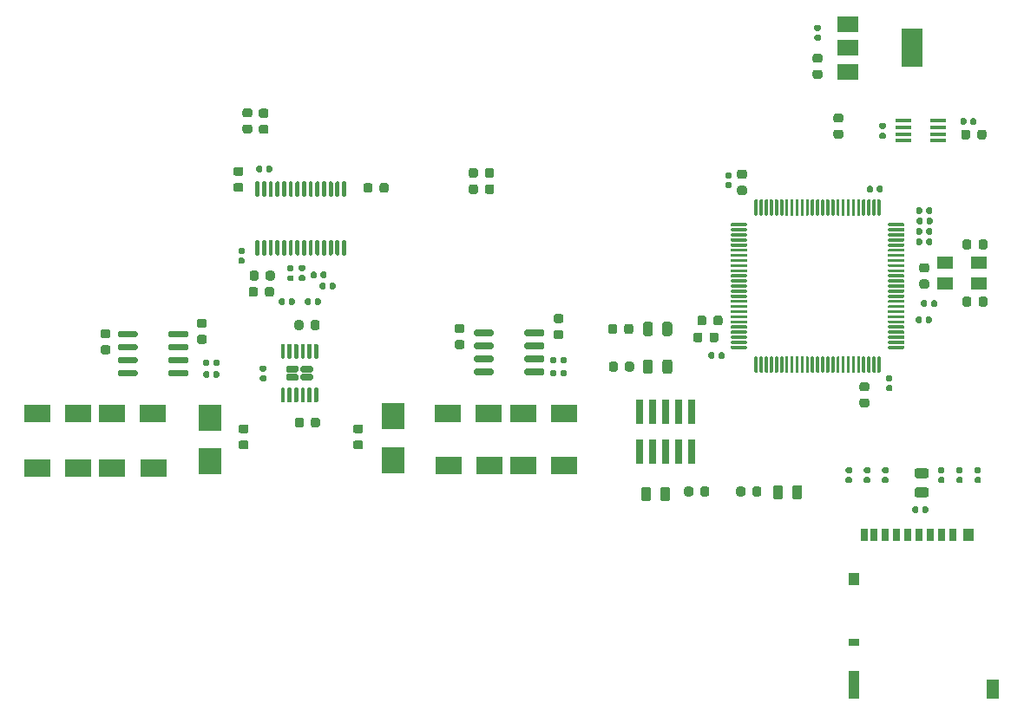
<source format=gbr>
%TF.GenerationSoftware,KiCad,Pcbnew,(5.1.6-0-10_14)*%
%TF.CreationDate,2021-01-19T18:17:05+00:00*%
%TF.ProjectId,lawrencebutton,6c617772-656e-4636-9562-7574746f6e2e,rev?*%
%TF.SameCoordinates,Original*%
%TF.FileFunction,Paste,Top*%
%TF.FilePolarity,Positive*%
%FSLAX46Y46*%
G04 Gerber Fmt 4.6, Leading zero omitted, Abs format (unit mm)*
G04 Created by KiCad (PCBNEW (5.1.6-0-10_14)) date 2021-01-19 18:17:05*
%MOMM*%
%LPD*%
G01*
G04 APERTURE LIST*
%ADD10R,1.600000X0.300000*%
%ADD11R,2.300000X2.500000*%
%ADD12R,2.500000X1.800000*%
%ADD13R,0.700000X1.200000*%
%ADD14R,1.000000X1.200000*%
%ADD15R,1.000000X0.800000*%
%ADD16R,1.000000X2.800000*%
%ADD17R,1.300000X1.900000*%
%ADD18R,2.000000X3.800000*%
%ADD19R,2.000000X1.500000*%
%ADD20R,1.600000X1.300000*%
%ADD21R,0.740000X2.400000*%
G04 APERTURE END LIST*
%TO.C,U2*%
G36*
G01*
X38002500Y-97492000D02*
X38002500Y-97642000D01*
G75*
G02*
X37927500Y-97717000I-75000J0D01*
G01*
X36477500Y-97717000D01*
G75*
G02*
X36402500Y-97642000I0J75000D01*
G01*
X36402500Y-97492000D01*
G75*
G02*
X36477500Y-97417000I75000J0D01*
G01*
X37927500Y-97417000D01*
G75*
G02*
X38002500Y-97492000I0J-75000D01*
G01*
G37*
G36*
G01*
X38002500Y-96992000D02*
X38002500Y-97142000D01*
G75*
G02*
X37927500Y-97217000I-75000J0D01*
G01*
X36477500Y-97217000D01*
G75*
G02*
X36402500Y-97142000I0J75000D01*
G01*
X36402500Y-96992000D01*
G75*
G02*
X36477500Y-96917000I75000J0D01*
G01*
X37927500Y-96917000D01*
G75*
G02*
X38002500Y-96992000I0J-75000D01*
G01*
G37*
G36*
G01*
X38002500Y-96492000D02*
X38002500Y-96642000D01*
G75*
G02*
X37927500Y-96717000I-75000J0D01*
G01*
X36477500Y-96717000D01*
G75*
G02*
X36402500Y-96642000I0J75000D01*
G01*
X36402500Y-96492000D01*
G75*
G02*
X36477500Y-96417000I75000J0D01*
G01*
X37927500Y-96417000D01*
G75*
G02*
X38002500Y-96492000I0J-75000D01*
G01*
G37*
G36*
G01*
X38002500Y-95992000D02*
X38002500Y-96142000D01*
G75*
G02*
X37927500Y-96217000I-75000J0D01*
G01*
X36477500Y-96217000D01*
G75*
G02*
X36402500Y-96142000I0J75000D01*
G01*
X36402500Y-95992000D01*
G75*
G02*
X36477500Y-95917000I75000J0D01*
G01*
X37927500Y-95917000D01*
G75*
G02*
X38002500Y-95992000I0J-75000D01*
G01*
G37*
G36*
G01*
X38002500Y-95492000D02*
X38002500Y-95642000D01*
G75*
G02*
X37927500Y-95717000I-75000J0D01*
G01*
X36477500Y-95717000D01*
G75*
G02*
X36402500Y-95642000I0J75000D01*
G01*
X36402500Y-95492000D01*
G75*
G02*
X36477500Y-95417000I75000J0D01*
G01*
X37927500Y-95417000D01*
G75*
G02*
X38002500Y-95492000I0J-75000D01*
G01*
G37*
G36*
G01*
X38002500Y-94992000D02*
X38002500Y-95142000D01*
G75*
G02*
X37927500Y-95217000I-75000J0D01*
G01*
X36477500Y-95217000D01*
G75*
G02*
X36402500Y-95142000I0J75000D01*
G01*
X36402500Y-94992000D01*
G75*
G02*
X36477500Y-94917000I75000J0D01*
G01*
X37927500Y-94917000D01*
G75*
G02*
X38002500Y-94992000I0J-75000D01*
G01*
G37*
G36*
G01*
X38002500Y-94492000D02*
X38002500Y-94642000D01*
G75*
G02*
X37927500Y-94717000I-75000J0D01*
G01*
X36477500Y-94717000D01*
G75*
G02*
X36402500Y-94642000I0J75000D01*
G01*
X36402500Y-94492000D01*
G75*
G02*
X36477500Y-94417000I75000J0D01*
G01*
X37927500Y-94417000D01*
G75*
G02*
X38002500Y-94492000I0J-75000D01*
G01*
G37*
G36*
G01*
X38002500Y-93992000D02*
X38002500Y-94142000D01*
G75*
G02*
X37927500Y-94217000I-75000J0D01*
G01*
X36477500Y-94217000D01*
G75*
G02*
X36402500Y-94142000I0J75000D01*
G01*
X36402500Y-93992000D01*
G75*
G02*
X36477500Y-93917000I75000J0D01*
G01*
X37927500Y-93917000D01*
G75*
G02*
X38002500Y-93992000I0J-75000D01*
G01*
G37*
G36*
G01*
X38002500Y-93492000D02*
X38002500Y-93642000D01*
G75*
G02*
X37927500Y-93717000I-75000J0D01*
G01*
X36477500Y-93717000D01*
G75*
G02*
X36402500Y-93642000I0J75000D01*
G01*
X36402500Y-93492000D01*
G75*
G02*
X36477500Y-93417000I75000J0D01*
G01*
X37927500Y-93417000D01*
G75*
G02*
X38002500Y-93492000I0J-75000D01*
G01*
G37*
G36*
G01*
X38002500Y-92992000D02*
X38002500Y-93142000D01*
G75*
G02*
X37927500Y-93217000I-75000J0D01*
G01*
X36477500Y-93217000D01*
G75*
G02*
X36402500Y-93142000I0J75000D01*
G01*
X36402500Y-92992000D01*
G75*
G02*
X36477500Y-92917000I75000J0D01*
G01*
X37927500Y-92917000D01*
G75*
G02*
X38002500Y-92992000I0J-75000D01*
G01*
G37*
G36*
G01*
X38002500Y-92492000D02*
X38002500Y-92642000D01*
G75*
G02*
X37927500Y-92717000I-75000J0D01*
G01*
X36477500Y-92717000D01*
G75*
G02*
X36402500Y-92642000I0J75000D01*
G01*
X36402500Y-92492000D01*
G75*
G02*
X36477500Y-92417000I75000J0D01*
G01*
X37927500Y-92417000D01*
G75*
G02*
X38002500Y-92492000I0J-75000D01*
G01*
G37*
G36*
G01*
X38002500Y-91992000D02*
X38002500Y-92142000D01*
G75*
G02*
X37927500Y-92217000I-75000J0D01*
G01*
X36477500Y-92217000D01*
G75*
G02*
X36402500Y-92142000I0J75000D01*
G01*
X36402500Y-91992000D01*
G75*
G02*
X36477500Y-91917000I75000J0D01*
G01*
X37927500Y-91917000D01*
G75*
G02*
X38002500Y-91992000I0J-75000D01*
G01*
G37*
G36*
G01*
X38002500Y-91492000D02*
X38002500Y-91642000D01*
G75*
G02*
X37927500Y-91717000I-75000J0D01*
G01*
X36477500Y-91717000D01*
G75*
G02*
X36402500Y-91642000I0J75000D01*
G01*
X36402500Y-91492000D01*
G75*
G02*
X36477500Y-91417000I75000J0D01*
G01*
X37927500Y-91417000D01*
G75*
G02*
X38002500Y-91492000I0J-75000D01*
G01*
G37*
G36*
G01*
X38002500Y-90992000D02*
X38002500Y-91142000D01*
G75*
G02*
X37927500Y-91217000I-75000J0D01*
G01*
X36477500Y-91217000D01*
G75*
G02*
X36402500Y-91142000I0J75000D01*
G01*
X36402500Y-90992000D01*
G75*
G02*
X36477500Y-90917000I75000J0D01*
G01*
X37927500Y-90917000D01*
G75*
G02*
X38002500Y-90992000I0J-75000D01*
G01*
G37*
G36*
G01*
X38002500Y-90492000D02*
X38002500Y-90642000D01*
G75*
G02*
X37927500Y-90717000I-75000J0D01*
G01*
X36477500Y-90717000D01*
G75*
G02*
X36402500Y-90642000I0J75000D01*
G01*
X36402500Y-90492000D01*
G75*
G02*
X36477500Y-90417000I75000J0D01*
G01*
X37927500Y-90417000D01*
G75*
G02*
X38002500Y-90492000I0J-75000D01*
G01*
G37*
G36*
G01*
X38002500Y-89992000D02*
X38002500Y-90142000D01*
G75*
G02*
X37927500Y-90217000I-75000J0D01*
G01*
X36477500Y-90217000D01*
G75*
G02*
X36402500Y-90142000I0J75000D01*
G01*
X36402500Y-89992000D01*
G75*
G02*
X36477500Y-89917000I75000J0D01*
G01*
X37927500Y-89917000D01*
G75*
G02*
X38002500Y-89992000I0J-75000D01*
G01*
G37*
G36*
G01*
X38002500Y-89492000D02*
X38002500Y-89642000D01*
G75*
G02*
X37927500Y-89717000I-75000J0D01*
G01*
X36477500Y-89717000D01*
G75*
G02*
X36402500Y-89642000I0J75000D01*
G01*
X36402500Y-89492000D01*
G75*
G02*
X36477500Y-89417000I75000J0D01*
G01*
X37927500Y-89417000D01*
G75*
G02*
X38002500Y-89492000I0J-75000D01*
G01*
G37*
G36*
G01*
X38002500Y-88992000D02*
X38002500Y-89142000D01*
G75*
G02*
X37927500Y-89217000I-75000J0D01*
G01*
X36477500Y-89217000D01*
G75*
G02*
X36402500Y-89142000I0J75000D01*
G01*
X36402500Y-88992000D01*
G75*
G02*
X36477500Y-88917000I75000J0D01*
G01*
X37927500Y-88917000D01*
G75*
G02*
X38002500Y-88992000I0J-75000D01*
G01*
G37*
G36*
G01*
X38002500Y-88492000D02*
X38002500Y-88642000D01*
G75*
G02*
X37927500Y-88717000I-75000J0D01*
G01*
X36477500Y-88717000D01*
G75*
G02*
X36402500Y-88642000I0J75000D01*
G01*
X36402500Y-88492000D01*
G75*
G02*
X36477500Y-88417000I75000J0D01*
G01*
X37927500Y-88417000D01*
G75*
G02*
X38002500Y-88492000I0J-75000D01*
G01*
G37*
G36*
G01*
X38002500Y-87992000D02*
X38002500Y-88142000D01*
G75*
G02*
X37927500Y-88217000I-75000J0D01*
G01*
X36477500Y-88217000D01*
G75*
G02*
X36402500Y-88142000I0J75000D01*
G01*
X36402500Y-87992000D01*
G75*
G02*
X36477500Y-87917000I75000J0D01*
G01*
X37927500Y-87917000D01*
G75*
G02*
X38002500Y-87992000I0J-75000D01*
G01*
G37*
G36*
G01*
X38002500Y-87492000D02*
X38002500Y-87642000D01*
G75*
G02*
X37927500Y-87717000I-75000J0D01*
G01*
X36477500Y-87717000D01*
G75*
G02*
X36402500Y-87642000I0J75000D01*
G01*
X36402500Y-87492000D01*
G75*
G02*
X36477500Y-87417000I75000J0D01*
G01*
X37927500Y-87417000D01*
G75*
G02*
X38002500Y-87492000I0J-75000D01*
G01*
G37*
G36*
G01*
X38002500Y-86992000D02*
X38002500Y-87142000D01*
G75*
G02*
X37927500Y-87217000I-75000J0D01*
G01*
X36477500Y-87217000D01*
G75*
G02*
X36402500Y-87142000I0J75000D01*
G01*
X36402500Y-86992000D01*
G75*
G02*
X36477500Y-86917000I75000J0D01*
G01*
X37927500Y-86917000D01*
G75*
G02*
X38002500Y-86992000I0J-75000D01*
G01*
G37*
G36*
G01*
X38002500Y-86492000D02*
X38002500Y-86642000D01*
G75*
G02*
X37927500Y-86717000I-75000J0D01*
G01*
X36477500Y-86717000D01*
G75*
G02*
X36402500Y-86642000I0J75000D01*
G01*
X36402500Y-86492000D01*
G75*
G02*
X36477500Y-86417000I75000J0D01*
G01*
X37927500Y-86417000D01*
G75*
G02*
X38002500Y-86492000I0J-75000D01*
G01*
G37*
G36*
G01*
X38002500Y-85992000D02*
X38002500Y-86142000D01*
G75*
G02*
X37927500Y-86217000I-75000J0D01*
G01*
X36477500Y-86217000D01*
G75*
G02*
X36402500Y-86142000I0J75000D01*
G01*
X36402500Y-85992000D01*
G75*
G02*
X36477500Y-85917000I75000J0D01*
G01*
X37927500Y-85917000D01*
G75*
G02*
X38002500Y-85992000I0J-75000D01*
G01*
G37*
G36*
G01*
X38002500Y-85492000D02*
X38002500Y-85642000D01*
G75*
G02*
X37927500Y-85717000I-75000J0D01*
G01*
X36477500Y-85717000D01*
G75*
G02*
X36402500Y-85642000I0J75000D01*
G01*
X36402500Y-85492000D01*
G75*
G02*
X36477500Y-85417000I75000J0D01*
G01*
X37927500Y-85417000D01*
G75*
G02*
X38002500Y-85492000I0J-75000D01*
G01*
G37*
G36*
G01*
X35677500Y-83167000D02*
X35677500Y-84617000D01*
G75*
G02*
X35602500Y-84692000I-75000J0D01*
G01*
X35452500Y-84692000D01*
G75*
G02*
X35377500Y-84617000I0J75000D01*
G01*
X35377500Y-83167000D01*
G75*
G02*
X35452500Y-83092000I75000J0D01*
G01*
X35602500Y-83092000D01*
G75*
G02*
X35677500Y-83167000I0J-75000D01*
G01*
G37*
G36*
G01*
X35177500Y-83167000D02*
X35177500Y-84617000D01*
G75*
G02*
X35102500Y-84692000I-75000J0D01*
G01*
X34952500Y-84692000D01*
G75*
G02*
X34877500Y-84617000I0J75000D01*
G01*
X34877500Y-83167000D01*
G75*
G02*
X34952500Y-83092000I75000J0D01*
G01*
X35102500Y-83092000D01*
G75*
G02*
X35177500Y-83167000I0J-75000D01*
G01*
G37*
G36*
G01*
X34677500Y-83167000D02*
X34677500Y-84617000D01*
G75*
G02*
X34602500Y-84692000I-75000J0D01*
G01*
X34452500Y-84692000D01*
G75*
G02*
X34377500Y-84617000I0J75000D01*
G01*
X34377500Y-83167000D01*
G75*
G02*
X34452500Y-83092000I75000J0D01*
G01*
X34602500Y-83092000D01*
G75*
G02*
X34677500Y-83167000I0J-75000D01*
G01*
G37*
G36*
G01*
X34177500Y-83167000D02*
X34177500Y-84617000D01*
G75*
G02*
X34102500Y-84692000I-75000J0D01*
G01*
X33952500Y-84692000D01*
G75*
G02*
X33877500Y-84617000I0J75000D01*
G01*
X33877500Y-83167000D01*
G75*
G02*
X33952500Y-83092000I75000J0D01*
G01*
X34102500Y-83092000D01*
G75*
G02*
X34177500Y-83167000I0J-75000D01*
G01*
G37*
G36*
G01*
X33677500Y-83167000D02*
X33677500Y-84617000D01*
G75*
G02*
X33602500Y-84692000I-75000J0D01*
G01*
X33452500Y-84692000D01*
G75*
G02*
X33377500Y-84617000I0J75000D01*
G01*
X33377500Y-83167000D01*
G75*
G02*
X33452500Y-83092000I75000J0D01*
G01*
X33602500Y-83092000D01*
G75*
G02*
X33677500Y-83167000I0J-75000D01*
G01*
G37*
G36*
G01*
X33177500Y-83167000D02*
X33177500Y-84617000D01*
G75*
G02*
X33102500Y-84692000I-75000J0D01*
G01*
X32952500Y-84692000D01*
G75*
G02*
X32877500Y-84617000I0J75000D01*
G01*
X32877500Y-83167000D01*
G75*
G02*
X32952500Y-83092000I75000J0D01*
G01*
X33102500Y-83092000D01*
G75*
G02*
X33177500Y-83167000I0J-75000D01*
G01*
G37*
G36*
G01*
X32677500Y-83167000D02*
X32677500Y-84617000D01*
G75*
G02*
X32602500Y-84692000I-75000J0D01*
G01*
X32452500Y-84692000D01*
G75*
G02*
X32377500Y-84617000I0J75000D01*
G01*
X32377500Y-83167000D01*
G75*
G02*
X32452500Y-83092000I75000J0D01*
G01*
X32602500Y-83092000D01*
G75*
G02*
X32677500Y-83167000I0J-75000D01*
G01*
G37*
G36*
G01*
X32177500Y-83167000D02*
X32177500Y-84617000D01*
G75*
G02*
X32102500Y-84692000I-75000J0D01*
G01*
X31952500Y-84692000D01*
G75*
G02*
X31877500Y-84617000I0J75000D01*
G01*
X31877500Y-83167000D01*
G75*
G02*
X31952500Y-83092000I75000J0D01*
G01*
X32102500Y-83092000D01*
G75*
G02*
X32177500Y-83167000I0J-75000D01*
G01*
G37*
G36*
G01*
X31677500Y-83167000D02*
X31677500Y-84617000D01*
G75*
G02*
X31602500Y-84692000I-75000J0D01*
G01*
X31452500Y-84692000D01*
G75*
G02*
X31377500Y-84617000I0J75000D01*
G01*
X31377500Y-83167000D01*
G75*
G02*
X31452500Y-83092000I75000J0D01*
G01*
X31602500Y-83092000D01*
G75*
G02*
X31677500Y-83167000I0J-75000D01*
G01*
G37*
G36*
G01*
X31177500Y-83167000D02*
X31177500Y-84617000D01*
G75*
G02*
X31102500Y-84692000I-75000J0D01*
G01*
X30952500Y-84692000D01*
G75*
G02*
X30877500Y-84617000I0J75000D01*
G01*
X30877500Y-83167000D01*
G75*
G02*
X30952500Y-83092000I75000J0D01*
G01*
X31102500Y-83092000D01*
G75*
G02*
X31177500Y-83167000I0J-75000D01*
G01*
G37*
G36*
G01*
X30677500Y-83167000D02*
X30677500Y-84617000D01*
G75*
G02*
X30602500Y-84692000I-75000J0D01*
G01*
X30452500Y-84692000D01*
G75*
G02*
X30377500Y-84617000I0J75000D01*
G01*
X30377500Y-83167000D01*
G75*
G02*
X30452500Y-83092000I75000J0D01*
G01*
X30602500Y-83092000D01*
G75*
G02*
X30677500Y-83167000I0J-75000D01*
G01*
G37*
G36*
G01*
X30177500Y-83167000D02*
X30177500Y-84617000D01*
G75*
G02*
X30102500Y-84692000I-75000J0D01*
G01*
X29952500Y-84692000D01*
G75*
G02*
X29877500Y-84617000I0J75000D01*
G01*
X29877500Y-83167000D01*
G75*
G02*
X29952500Y-83092000I75000J0D01*
G01*
X30102500Y-83092000D01*
G75*
G02*
X30177500Y-83167000I0J-75000D01*
G01*
G37*
G36*
G01*
X29677500Y-83167000D02*
X29677500Y-84617000D01*
G75*
G02*
X29602500Y-84692000I-75000J0D01*
G01*
X29452500Y-84692000D01*
G75*
G02*
X29377500Y-84617000I0J75000D01*
G01*
X29377500Y-83167000D01*
G75*
G02*
X29452500Y-83092000I75000J0D01*
G01*
X29602500Y-83092000D01*
G75*
G02*
X29677500Y-83167000I0J-75000D01*
G01*
G37*
G36*
G01*
X29177500Y-83167000D02*
X29177500Y-84617000D01*
G75*
G02*
X29102500Y-84692000I-75000J0D01*
G01*
X28952500Y-84692000D01*
G75*
G02*
X28877500Y-84617000I0J75000D01*
G01*
X28877500Y-83167000D01*
G75*
G02*
X28952500Y-83092000I75000J0D01*
G01*
X29102500Y-83092000D01*
G75*
G02*
X29177500Y-83167000I0J-75000D01*
G01*
G37*
G36*
G01*
X28677500Y-83167000D02*
X28677500Y-84617000D01*
G75*
G02*
X28602500Y-84692000I-75000J0D01*
G01*
X28452500Y-84692000D01*
G75*
G02*
X28377500Y-84617000I0J75000D01*
G01*
X28377500Y-83167000D01*
G75*
G02*
X28452500Y-83092000I75000J0D01*
G01*
X28602500Y-83092000D01*
G75*
G02*
X28677500Y-83167000I0J-75000D01*
G01*
G37*
G36*
G01*
X28177500Y-83167000D02*
X28177500Y-84617000D01*
G75*
G02*
X28102500Y-84692000I-75000J0D01*
G01*
X27952500Y-84692000D01*
G75*
G02*
X27877500Y-84617000I0J75000D01*
G01*
X27877500Y-83167000D01*
G75*
G02*
X27952500Y-83092000I75000J0D01*
G01*
X28102500Y-83092000D01*
G75*
G02*
X28177500Y-83167000I0J-75000D01*
G01*
G37*
G36*
G01*
X27677500Y-83167000D02*
X27677500Y-84617000D01*
G75*
G02*
X27602500Y-84692000I-75000J0D01*
G01*
X27452500Y-84692000D01*
G75*
G02*
X27377500Y-84617000I0J75000D01*
G01*
X27377500Y-83167000D01*
G75*
G02*
X27452500Y-83092000I75000J0D01*
G01*
X27602500Y-83092000D01*
G75*
G02*
X27677500Y-83167000I0J-75000D01*
G01*
G37*
G36*
G01*
X27177500Y-83167000D02*
X27177500Y-84617000D01*
G75*
G02*
X27102500Y-84692000I-75000J0D01*
G01*
X26952500Y-84692000D01*
G75*
G02*
X26877500Y-84617000I0J75000D01*
G01*
X26877500Y-83167000D01*
G75*
G02*
X26952500Y-83092000I75000J0D01*
G01*
X27102500Y-83092000D01*
G75*
G02*
X27177500Y-83167000I0J-75000D01*
G01*
G37*
G36*
G01*
X26677500Y-83167000D02*
X26677500Y-84617000D01*
G75*
G02*
X26602500Y-84692000I-75000J0D01*
G01*
X26452500Y-84692000D01*
G75*
G02*
X26377500Y-84617000I0J75000D01*
G01*
X26377500Y-83167000D01*
G75*
G02*
X26452500Y-83092000I75000J0D01*
G01*
X26602500Y-83092000D01*
G75*
G02*
X26677500Y-83167000I0J-75000D01*
G01*
G37*
G36*
G01*
X26177500Y-83167000D02*
X26177500Y-84617000D01*
G75*
G02*
X26102500Y-84692000I-75000J0D01*
G01*
X25952500Y-84692000D01*
G75*
G02*
X25877500Y-84617000I0J75000D01*
G01*
X25877500Y-83167000D01*
G75*
G02*
X25952500Y-83092000I75000J0D01*
G01*
X26102500Y-83092000D01*
G75*
G02*
X26177500Y-83167000I0J-75000D01*
G01*
G37*
G36*
G01*
X25677500Y-83167000D02*
X25677500Y-84617000D01*
G75*
G02*
X25602500Y-84692000I-75000J0D01*
G01*
X25452500Y-84692000D01*
G75*
G02*
X25377500Y-84617000I0J75000D01*
G01*
X25377500Y-83167000D01*
G75*
G02*
X25452500Y-83092000I75000J0D01*
G01*
X25602500Y-83092000D01*
G75*
G02*
X25677500Y-83167000I0J-75000D01*
G01*
G37*
G36*
G01*
X25177500Y-83167000D02*
X25177500Y-84617000D01*
G75*
G02*
X25102500Y-84692000I-75000J0D01*
G01*
X24952500Y-84692000D01*
G75*
G02*
X24877500Y-84617000I0J75000D01*
G01*
X24877500Y-83167000D01*
G75*
G02*
X24952500Y-83092000I75000J0D01*
G01*
X25102500Y-83092000D01*
G75*
G02*
X25177500Y-83167000I0J-75000D01*
G01*
G37*
G36*
G01*
X24677500Y-83167000D02*
X24677500Y-84617000D01*
G75*
G02*
X24602500Y-84692000I-75000J0D01*
G01*
X24452500Y-84692000D01*
G75*
G02*
X24377500Y-84617000I0J75000D01*
G01*
X24377500Y-83167000D01*
G75*
G02*
X24452500Y-83092000I75000J0D01*
G01*
X24602500Y-83092000D01*
G75*
G02*
X24677500Y-83167000I0J-75000D01*
G01*
G37*
G36*
G01*
X24177500Y-83167000D02*
X24177500Y-84617000D01*
G75*
G02*
X24102500Y-84692000I-75000J0D01*
G01*
X23952500Y-84692000D01*
G75*
G02*
X23877500Y-84617000I0J75000D01*
G01*
X23877500Y-83167000D01*
G75*
G02*
X23952500Y-83092000I75000J0D01*
G01*
X24102500Y-83092000D01*
G75*
G02*
X24177500Y-83167000I0J-75000D01*
G01*
G37*
G36*
G01*
X23677500Y-83167000D02*
X23677500Y-84617000D01*
G75*
G02*
X23602500Y-84692000I-75000J0D01*
G01*
X23452500Y-84692000D01*
G75*
G02*
X23377500Y-84617000I0J75000D01*
G01*
X23377500Y-83167000D01*
G75*
G02*
X23452500Y-83092000I75000J0D01*
G01*
X23602500Y-83092000D01*
G75*
G02*
X23677500Y-83167000I0J-75000D01*
G01*
G37*
G36*
G01*
X22652500Y-85492000D02*
X22652500Y-85642000D01*
G75*
G02*
X22577500Y-85717000I-75000J0D01*
G01*
X21127500Y-85717000D01*
G75*
G02*
X21052500Y-85642000I0J75000D01*
G01*
X21052500Y-85492000D01*
G75*
G02*
X21127500Y-85417000I75000J0D01*
G01*
X22577500Y-85417000D01*
G75*
G02*
X22652500Y-85492000I0J-75000D01*
G01*
G37*
G36*
G01*
X22652500Y-85992000D02*
X22652500Y-86142000D01*
G75*
G02*
X22577500Y-86217000I-75000J0D01*
G01*
X21127500Y-86217000D01*
G75*
G02*
X21052500Y-86142000I0J75000D01*
G01*
X21052500Y-85992000D01*
G75*
G02*
X21127500Y-85917000I75000J0D01*
G01*
X22577500Y-85917000D01*
G75*
G02*
X22652500Y-85992000I0J-75000D01*
G01*
G37*
G36*
G01*
X22652500Y-86492000D02*
X22652500Y-86642000D01*
G75*
G02*
X22577500Y-86717000I-75000J0D01*
G01*
X21127500Y-86717000D01*
G75*
G02*
X21052500Y-86642000I0J75000D01*
G01*
X21052500Y-86492000D01*
G75*
G02*
X21127500Y-86417000I75000J0D01*
G01*
X22577500Y-86417000D01*
G75*
G02*
X22652500Y-86492000I0J-75000D01*
G01*
G37*
G36*
G01*
X22652500Y-86992000D02*
X22652500Y-87142000D01*
G75*
G02*
X22577500Y-87217000I-75000J0D01*
G01*
X21127500Y-87217000D01*
G75*
G02*
X21052500Y-87142000I0J75000D01*
G01*
X21052500Y-86992000D01*
G75*
G02*
X21127500Y-86917000I75000J0D01*
G01*
X22577500Y-86917000D01*
G75*
G02*
X22652500Y-86992000I0J-75000D01*
G01*
G37*
G36*
G01*
X22652500Y-87492000D02*
X22652500Y-87642000D01*
G75*
G02*
X22577500Y-87717000I-75000J0D01*
G01*
X21127500Y-87717000D01*
G75*
G02*
X21052500Y-87642000I0J75000D01*
G01*
X21052500Y-87492000D01*
G75*
G02*
X21127500Y-87417000I75000J0D01*
G01*
X22577500Y-87417000D01*
G75*
G02*
X22652500Y-87492000I0J-75000D01*
G01*
G37*
G36*
G01*
X22652500Y-87992000D02*
X22652500Y-88142000D01*
G75*
G02*
X22577500Y-88217000I-75000J0D01*
G01*
X21127500Y-88217000D01*
G75*
G02*
X21052500Y-88142000I0J75000D01*
G01*
X21052500Y-87992000D01*
G75*
G02*
X21127500Y-87917000I75000J0D01*
G01*
X22577500Y-87917000D01*
G75*
G02*
X22652500Y-87992000I0J-75000D01*
G01*
G37*
G36*
G01*
X22652500Y-88492000D02*
X22652500Y-88642000D01*
G75*
G02*
X22577500Y-88717000I-75000J0D01*
G01*
X21127500Y-88717000D01*
G75*
G02*
X21052500Y-88642000I0J75000D01*
G01*
X21052500Y-88492000D01*
G75*
G02*
X21127500Y-88417000I75000J0D01*
G01*
X22577500Y-88417000D01*
G75*
G02*
X22652500Y-88492000I0J-75000D01*
G01*
G37*
G36*
G01*
X22652500Y-88992000D02*
X22652500Y-89142000D01*
G75*
G02*
X22577500Y-89217000I-75000J0D01*
G01*
X21127500Y-89217000D01*
G75*
G02*
X21052500Y-89142000I0J75000D01*
G01*
X21052500Y-88992000D01*
G75*
G02*
X21127500Y-88917000I75000J0D01*
G01*
X22577500Y-88917000D01*
G75*
G02*
X22652500Y-88992000I0J-75000D01*
G01*
G37*
G36*
G01*
X22652500Y-89492000D02*
X22652500Y-89642000D01*
G75*
G02*
X22577500Y-89717000I-75000J0D01*
G01*
X21127500Y-89717000D01*
G75*
G02*
X21052500Y-89642000I0J75000D01*
G01*
X21052500Y-89492000D01*
G75*
G02*
X21127500Y-89417000I75000J0D01*
G01*
X22577500Y-89417000D01*
G75*
G02*
X22652500Y-89492000I0J-75000D01*
G01*
G37*
G36*
G01*
X22652500Y-89992000D02*
X22652500Y-90142000D01*
G75*
G02*
X22577500Y-90217000I-75000J0D01*
G01*
X21127500Y-90217000D01*
G75*
G02*
X21052500Y-90142000I0J75000D01*
G01*
X21052500Y-89992000D01*
G75*
G02*
X21127500Y-89917000I75000J0D01*
G01*
X22577500Y-89917000D01*
G75*
G02*
X22652500Y-89992000I0J-75000D01*
G01*
G37*
G36*
G01*
X22652500Y-90492000D02*
X22652500Y-90642000D01*
G75*
G02*
X22577500Y-90717000I-75000J0D01*
G01*
X21127500Y-90717000D01*
G75*
G02*
X21052500Y-90642000I0J75000D01*
G01*
X21052500Y-90492000D01*
G75*
G02*
X21127500Y-90417000I75000J0D01*
G01*
X22577500Y-90417000D01*
G75*
G02*
X22652500Y-90492000I0J-75000D01*
G01*
G37*
G36*
G01*
X22652500Y-90992000D02*
X22652500Y-91142000D01*
G75*
G02*
X22577500Y-91217000I-75000J0D01*
G01*
X21127500Y-91217000D01*
G75*
G02*
X21052500Y-91142000I0J75000D01*
G01*
X21052500Y-90992000D01*
G75*
G02*
X21127500Y-90917000I75000J0D01*
G01*
X22577500Y-90917000D01*
G75*
G02*
X22652500Y-90992000I0J-75000D01*
G01*
G37*
G36*
G01*
X22652500Y-91492000D02*
X22652500Y-91642000D01*
G75*
G02*
X22577500Y-91717000I-75000J0D01*
G01*
X21127500Y-91717000D01*
G75*
G02*
X21052500Y-91642000I0J75000D01*
G01*
X21052500Y-91492000D01*
G75*
G02*
X21127500Y-91417000I75000J0D01*
G01*
X22577500Y-91417000D01*
G75*
G02*
X22652500Y-91492000I0J-75000D01*
G01*
G37*
G36*
G01*
X22652500Y-91992000D02*
X22652500Y-92142000D01*
G75*
G02*
X22577500Y-92217000I-75000J0D01*
G01*
X21127500Y-92217000D01*
G75*
G02*
X21052500Y-92142000I0J75000D01*
G01*
X21052500Y-91992000D01*
G75*
G02*
X21127500Y-91917000I75000J0D01*
G01*
X22577500Y-91917000D01*
G75*
G02*
X22652500Y-91992000I0J-75000D01*
G01*
G37*
G36*
G01*
X22652500Y-92492000D02*
X22652500Y-92642000D01*
G75*
G02*
X22577500Y-92717000I-75000J0D01*
G01*
X21127500Y-92717000D01*
G75*
G02*
X21052500Y-92642000I0J75000D01*
G01*
X21052500Y-92492000D01*
G75*
G02*
X21127500Y-92417000I75000J0D01*
G01*
X22577500Y-92417000D01*
G75*
G02*
X22652500Y-92492000I0J-75000D01*
G01*
G37*
G36*
G01*
X22652500Y-92992000D02*
X22652500Y-93142000D01*
G75*
G02*
X22577500Y-93217000I-75000J0D01*
G01*
X21127500Y-93217000D01*
G75*
G02*
X21052500Y-93142000I0J75000D01*
G01*
X21052500Y-92992000D01*
G75*
G02*
X21127500Y-92917000I75000J0D01*
G01*
X22577500Y-92917000D01*
G75*
G02*
X22652500Y-92992000I0J-75000D01*
G01*
G37*
G36*
G01*
X22652500Y-93492000D02*
X22652500Y-93642000D01*
G75*
G02*
X22577500Y-93717000I-75000J0D01*
G01*
X21127500Y-93717000D01*
G75*
G02*
X21052500Y-93642000I0J75000D01*
G01*
X21052500Y-93492000D01*
G75*
G02*
X21127500Y-93417000I75000J0D01*
G01*
X22577500Y-93417000D01*
G75*
G02*
X22652500Y-93492000I0J-75000D01*
G01*
G37*
G36*
G01*
X22652500Y-93992000D02*
X22652500Y-94142000D01*
G75*
G02*
X22577500Y-94217000I-75000J0D01*
G01*
X21127500Y-94217000D01*
G75*
G02*
X21052500Y-94142000I0J75000D01*
G01*
X21052500Y-93992000D01*
G75*
G02*
X21127500Y-93917000I75000J0D01*
G01*
X22577500Y-93917000D01*
G75*
G02*
X22652500Y-93992000I0J-75000D01*
G01*
G37*
G36*
G01*
X22652500Y-94492000D02*
X22652500Y-94642000D01*
G75*
G02*
X22577500Y-94717000I-75000J0D01*
G01*
X21127500Y-94717000D01*
G75*
G02*
X21052500Y-94642000I0J75000D01*
G01*
X21052500Y-94492000D01*
G75*
G02*
X21127500Y-94417000I75000J0D01*
G01*
X22577500Y-94417000D01*
G75*
G02*
X22652500Y-94492000I0J-75000D01*
G01*
G37*
G36*
G01*
X22652500Y-94992000D02*
X22652500Y-95142000D01*
G75*
G02*
X22577500Y-95217000I-75000J0D01*
G01*
X21127500Y-95217000D01*
G75*
G02*
X21052500Y-95142000I0J75000D01*
G01*
X21052500Y-94992000D01*
G75*
G02*
X21127500Y-94917000I75000J0D01*
G01*
X22577500Y-94917000D01*
G75*
G02*
X22652500Y-94992000I0J-75000D01*
G01*
G37*
G36*
G01*
X22652500Y-95492000D02*
X22652500Y-95642000D01*
G75*
G02*
X22577500Y-95717000I-75000J0D01*
G01*
X21127500Y-95717000D01*
G75*
G02*
X21052500Y-95642000I0J75000D01*
G01*
X21052500Y-95492000D01*
G75*
G02*
X21127500Y-95417000I75000J0D01*
G01*
X22577500Y-95417000D01*
G75*
G02*
X22652500Y-95492000I0J-75000D01*
G01*
G37*
G36*
G01*
X22652500Y-95992000D02*
X22652500Y-96142000D01*
G75*
G02*
X22577500Y-96217000I-75000J0D01*
G01*
X21127500Y-96217000D01*
G75*
G02*
X21052500Y-96142000I0J75000D01*
G01*
X21052500Y-95992000D01*
G75*
G02*
X21127500Y-95917000I75000J0D01*
G01*
X22577500Y-95917000D01*
G75*
G02*
X22652500Y-95992000I0J-75000D01*
G01*
G37*
G36*
G01*
X22652500Y-96492000D02*
X22652500Y-96642000D01*
G75*
G02*
X22577500Y-96717000I-75000J0D01*
G01*
X21127500Y-96717000D01*
G75*
G02*
X21052500Y-96642000I0J75000D01*
G01*
X21052500Y-96492000D01*
G75*
G02*
X21127500Y-96417000I75000J0D01*
G01*
X22577500Y-96417000D01*
G75*
G02*
X22652500Y-96492000I0J-75000D01*
G01*
G37*
G36*
G01*
X22652500Y-96992000D02*
X22652500Y-97142000D01*
G75*
G02*
X22577500Y-97217000I-75000J0D01*
G01*
X21127500Y-97217000D01*
G75*
G02*
X21052500Y-97142000I0J75000D01*
G01*
X21052500Y-96992000D01*
G75*
G02*
X21127500Y-96917000I75000J0D01*
G01*
X22577500Y-96917000D01*
G75*
G02*
X22652500Y-96992000I0J-75000D01*
G01*
G37*
G36*
G01*
X22652500Y-97492000D02*
X22652500Y-97642000D01*
G75*
G02*
X22577500Y-97717000I-75000J0D01*
G01*
X21127500Y-97717000D01*
G75*
G02*
X21052500Y-97642000I0J75000D01*
G01*
X21052500Y-97492000D01*
G75*
G02*
X21127500Y-97417000I75000J0D01*
G01*
X22577500Y-97417000D01*
G75*
G02*
X22652500Y-97492000I0J-75000D01*
G01*
G37*
G36*
G01*
X23677500Y-98517000D02*
X23677500Y-99967000D01*
G75*
G02*
X23602500Y-100042000I-75000J0D01*
G01*
X23452500Y-100042000D01*
G75*
G02*
X23377500Y-99967000I0J75000D01*
G01*
X23377500Y-98517000D01*
G75*
G02*
X23452500Y-98442000I75000J0D01*
G01*
X23602500Y-98442000D01*
G75*
G02*
X23677500Y-98517000I0J-75000D01*
G01*
G37*
G36*
G01*
X24177500Y-98517000D02*
X24177500Y-99967000D01*
G75*
G02*
X24102500Y-100042000I-75000J0D01*
G01*
X23952500Y-100042000D01*
G75*
G02*
X23877500Y-99967000I0J75000D01*
G01*
X23877500Y-98517000D01*
G75*
G02*
X23952500Y-98442000I75000J0D01*
G01*
X24102500Y-98442000D01*
G75*
G02*
X24177500Y-98517000I0J-75000D01*
G01*
G37*
G36*
G01*
X24677500Y-98517000D02*
X24677500Y-99967000D01*
G75*
G02*
X24602500Y-100042000I-75000J0D01*
G01*
X24452500Y-100042000D01*
G75*
G02*
X24377500Y-99967000I0J75000D01*
G01*
X24377500Y-98517000D01*
G75*
G02*
X24452500Y-98442000I75000J0D01*
G01*
X24602500Y-98442000D01*
G75*
G02*
X24677500Y-98517000I0J-75000D01*
G01*
G37*
G36*
G01*
X25177500Y-98517000D02*
X25177500Y-99967000D01*
G75*
G02*
X25102500Y-100042000I-75000J0D01*
G01*
X24952500Y-100042000D01*
G75*
G02*
X24877500Y-99967000I0J75000D01*
G01*
X24877500Y-98517000D01*
G75*
G02*
X24952500Y-98442000I75000J0D01*
G01*
X25102500Y-98442000D01*
G75*
G02*
X25177500Y-98517000I0J-75000D01*
G01*
G37*
G36*
G01*
X25677500Y-98517000D02*
X25677500Y-99967000D01*
G75*
G02*
X25602500Y-100042000I-75000J0D01*
G01*
X25452500Y-100042000D01*
G75*
G02*
X25377500Y-99967000I0J75000D01*
G01*
X25377500Y-98517000D01*
G75*
G02*
X25452500Y-98442000I75000J0D01*
G01*
X25602500Y-98442000D01*
G75*
G02*
X25677500Y-98517000I0J-75000D01*
G01*
G37*
G36*
G01*
X26177500Y-98517000D02*
X26177500Y-99967000D01*
G75*
G02*
X26102500Y-100042000I-75000J0D01*
G01*
X25952500Y-100042000D01*
G75*
G02*
X25877500Y-99967000I0J75000D01*
G01*
X25877500Y-98517000D01*
G75*
G02*
X25952500Y-98442000I75000J0D01*
G01*
X26102500Y-98442000D01*
G75*
G02*
X26177500Y-98517000I0J-75000D01*
G01*
G37*
G36*
G01*
X26677500Y-98517000D02*
X26677500Y-99967000D01*
G75*
G02*
X26602500Y-100042000I-75000J0D01*
G01*
X26452500Y-100042000D01*
G75*
G02*
X26377500Y-99967000I0J75000D01*
G01*
X26377500Y-98517000D01*
G75*
G02*
X26452500Y-98442000I75000J0D01*
G01*
X26602500Y-98442000D01*
G75*
G02*
X26677500Y-98517000I0J-75000D01*
G01*
G37*
G36*
G01*
X27177500Y-98517000D02*
X27177500Y-99967000D01*
G75*
G02*
X27102500Y-100042000I-75000J0D01*
G01*
X26952500Y-100042000D01*
G75*
G02*
X26877500Y-99967000I0J75000D01*
G01*
X26877500Y-98517000D01*
G75*
G02*
X26952500Y-98442000I75000J0D01*
G01*
X27102500Y-98442000D01*
G75*
G02*
X27177500Y-98517000I0J-75000D01*
G01*
G37*
G36*
G01*
X27677500Y-98517000D02*
X27677500Y-99967000D01*
G75*
G02*
X27602500Y-100042000I-75000J0D01*
G01*
X27452500Y-100042000D01*
G75*
G02*
X27377500Y-99967000I0J75000D01*
G01*
X27377500Y-98517000D01*
G75*
G02*
X27452500Y-98442000I75000J0D01*
G01*
X27602500Y-98442000D01*
G75*
G02*
X27677500Y-98517000I0J-75000D01*
G01*
G37*
G36*
G01*
X28177500Y-98517000D02*
X28177500Y-99967000D01*
G75*
G02*
X28102500Y-100042000I-75000J0D01*
G01*
X27952500Y-100042000D01*
G75*
G02*
X27877500Y-99967000I0J75000D01*
G01*
X27877500Y-98517000D01*
G75*
G02*
X27952500Y-98442000I75000J0D01*
G01*
X28102500Y-98442000D01*
G75*
G02*
X28177500Y-98517000I0J-75000D01*
G01*
G37*
G36*
G01*
X28677500Y-98517000D02*
X28677500Y-99967000D01*
G75*
G02*
X28602500Y-100042000I-75000J0D01*
G01*
X28452500Y-100042000D01*
G75*
G02*
X28377500Y-99967000I0J75000D01*
G01*
X28377500Y-98517000D01*
G75*
G02*
X28452500Y-98442000I75000J0D01*
G01*
X28602500Y-98442000D01*
G75*
G02*
X28677500Y-98517000I0J-75000D01*
G01*
G37*
G36*
G01*
X29177500Y-98517000D02*
X29177500Y-99967000D01*
G75*
G02*
X29102500Y-100042000I-75000J0D01*
G01*
X28952500Y-100042000D01*
G75*
G02*
X28877500Y-99967000I0J75000D01*
G01*
X28877500Y-98517000D01*
G75*
G02*
X28952500Y-98442000I75000J0D01*
G01*
X29102500Y-98442000D01*
G75*
G02*
X29177500Y-98517000I0J-75000D01*
G01*
G37*
G36*
G01*
X29677500Y-98517000D02*
X29677500Y-99967000D01*
G75*
G02*
X29602500Y-100042000I-75000J0D01*
G01*
X29452500Y-100042000D01*
G75*
G02*
X29377500Y-99967000I0J75000D01*
G01*
X29377500Y-98517000D01*
G75*
G02*
X29452500Y-98442000I75000J0D01*
G01*
X29602500Y-98442000D01*
G75*
G02*
X29677500Y-98517000I0J-75000D01*
G01*
G37*
G36*
G01*
X30177500Y-98517000D02*
X30177500Y-99967000D01*
G75*
G02*
X30102500Y-100042000I-75000J0D01*
G01*
X29952500Y-100042000D01*
G75*
G02*
X29877500Y-99967000I0J75000D01*
G01*
X29877500Y-98517000D01*
G75*
G02*
X29952500Y-98442000I75000J0D01*
G01*
X30102500Y-98442000D01*
G75*
G02*
X30177500Y-98517000I0J-75000D01*
G01*
G37*
G36*
G01*
X30677500Y-98517000D02*
X30677500Y-99967000D01*
G75*
G02*
X30602500Y-100042000I-75000J0D01*
G01*
X30452500Y-100042000D01*
G75*
G02*
X30377500Y-99967000I0J75000D01*
G01*
X30377500Y-98517000D01*
G75*
G02*
X30452500Y-98442000I75000J0D01*
G01*
X30602500Y-98442000D01*
G75*
G02*
X30677500Y-98517000I0J-75000D01*
G01*
G37*
G36*
G01*
X31177500Y-98517000D02*
X31177500Y-99967000D01*
G75*
G02*
X31102500Y-100042000I-75000J0D01*
G01*
X30952500Y-100042000D01*
G75*
G02*
X30877500Y-99967000I0J75000D01*
G01*
X30877500Y-98517000D01*
G75*
G02*
X30952500Y-98442000I75000J0D01*
G01*
X31102500Y-98442000D01*
G75*
G02*
X31177500Y-98517000I0J-75000D01*
G01*
G37*
G36*
G01*
X31677500Y-98517000D02*
X31677500Y-99967000D01*
G75*
G02*
X31602500Y-100042000I-75000J0D01*
G01*
X31452500Y-100042000D01*
G75*
G02*
X31377500Y-99967000I0J75000D01*
G01*
X31377500Y-98517000D01*
G75*
G02*
X31452500Y-98442000I75000J0D01*
G01*
X31602500Y-98442000D01*
G75*
G02*
X31677500Y-98517000I0J-75000D01*
G01*
G37*
G36*
G01*
X32177500Y-98517000D02*
X32177500Y-99967000D01*
G75*
G02*
X32102500Y-100042000I-75000J0D01*
G01*
X31952500Y-100042000D01*
G75*
G02*
X31877500Y-99967000I0J75000D01*
G01*
X31877500Y-98517000D01*
G75*
G02*
X31952500Y-98442000I75000J0D01*
G01*
X32102500Y-98442000D01*
G75*
G02*
X32177500Y-98517000I0J-75000D01*
G01*
G37*
G36*
G01*
X32677500Y-98517000D02*
X32677500Y-99967000D01*
G75*
G02*
X32602500Y-100042000I-75000J0D01*
G01*
X32452500Y-100042000D01*
G75*
G02*
X32377500Y-99967000I0J75000D01*
G01*
X32377500Y-98517000D01*
G75*
G02*
X32452500Y-98442000I75000J0D01*
G01*
X32602500Y-98442000D01*
G75*
G02*
X32677500Y-98517000I0J-75000D01*
G01*
G37*
G36*
G01*
X33177500Y-98517000D02*
X33177500Y-99967000D01*
G75*
G02*
X33102500Y-100042000I-75000J0D01*
G01*
X32952500Y-100042000D01*
G75*
G02*
X32877500Y-99967000I0J75000D01*
G01*
X32877500Y-98517000D01*
G75*
G02*
X32952500Y-98442000I75000J0D01*
G01*
X33102500Y-98442000D01*
G75*
G02*
X33177500Y-98517000I0J-75000D01*
G01*
G37*
G36*
G01*
X33677500Y-98517000D02*
X33677500Y-99967000D01*
G75*
G02*
X33602500Y-100042000I-75000J0D01*
G01*
X33452500Y-100042000D01*
G75*
G02*
X33377500Y-99967000I0J75000D01*
G01*
X33377500Y-98517000D01*
G75*
G02*
X33452500Y-98442000I75000J0D01*
G01*
X33602500Y-98442000D01*
G75*
G02*
X33677500Y-98517000I0J-75000D01*
G01*
G37*
G36*
G01*
X34177500Y-98517000D02*
X34177500Y-99967000D01*
G75*
G02*
X34102500Y-100042000I-75000J0D01*
G01*
X33952500Y-100042000D01*
G75*
G02*
X33877500Y-99967000I0J75000D01*
G01*
X33877500Y-98517000D01*
G75*
G02*
X33952500Y-98442000I75000J0D01*
G01*
X34102500Y-98442000D01*
G75*
G02*
X34177500Y-98517000I0J-75000D01*
G01*
G37*
G36*
G01*
X34677500Y-98517000D02*
X34677500Y-99967000D01*
G75*
G02*
X34602500Y-100042000I-75000J0D01*
G01*
X34452500Y-100042000D01*
G75*
G02*
X34377500Y-99967000I0J75000D01*
G01*
X34377500Y-98517000D01*
G75*
G02*
X34452500Y-98442000I75000J0D01*
G01*
X34602500Y-98442000D01*
G75*
G02*
X34677500Y-98517000I0J-75000D01*
G01*
G37*
G36*
G01*
X35177500Y-98517000D02*
X35177500Y-99967000D01*
G75*
G02*
X35102500Y-100042000I-75000J0D01*
G01*
X34952500Y-100042000D01*
G75*
G02*
X34877500Y-99967000I0J75000D01*
G01*
X34877500Y-98517000D01*
G75*
G02*
X34952500Y-98442000I75000J0D01*
G01*
X35102500Y-98442000D01*
G75*
G02*
X35177500Y-98517000I0J-75000D01*
G01*
G37*
G36*
G01*
X35677500Y-98517000D02*
X35677500Y-99967000D01*
G75*
G02*
X35602500Y-100042000I-75000J0D01*
G01*
X35452500Y-100042000D01*
G75*
G02*
X35377500Y-99967000I0J75000D01*
G01*
X35377500Y-98517000D01*
G75*
G02*
X35452500Y-98442000I75000J0D01*
G01*
X35602500Y-98442000D01*
G75*
G02*
X35677500Y-98517000I0J-75000D01*
G01*
G37*
%TD*%
%TO.C,C20*%
G36*
G01*
X-26842500Y-88813000D02*
X-26497500Y-88813000D01*
G75*
G02*
X-26350000Y-88960500I0J-147500D01*
G01*
X-26350000Y-89255500D01*
G75*
G02*
X-26497500Y-89403000I-147500J0D01*
G01*
X-26842500Y-89403000D01*
G75*
G02*
X-26990000Y-89255500I0J147500D01*
G01*
X-26990000Y-88960500D01*
G75*
G02*
X-26842500Y-88813000I147500J0D01*
G01*
G37*
G36*
G01*
X-26842500Y-87843000D02*
X-26497500Y-87843000D01*
G75*
G02*
X-26350000Y-87990500I0J-147500D01*
G01*
X-26350000Y-88285500D01*
G75*
G02*
X-26497500Y-88433000I-147500J0D01*
G01*
X-26842500Y-88433000D01*
G75*
G02*
X-26990000Y-88285500I0J147500D01*
G01*
X-26990000Y-87990500D01*
G75*
G02*
X-26842500Y-87843000I147500J0D01*
G01*
G37*
%TD*%
%TO.C,C8*%
G36*
G01*
X21000500Y-82019500D02*
X20655500Y-82019500D01*
G75*
G02*
X20508000Y-81872000I0J147500D01*
G01*
X20508000Y-81577000D01*
G75*
G02*
X20655500Y-81429500I147500J0D01*
G01*
X21000500Y-81429500D01*
G75*
G02*
X21148000Y-81577000I0J-147500D01*
G01*
X21148000Y-81872000D01*
G75*
G02*
X21000500Y-82019500I-147500J0D01*
G01*
G37*
G36*
G01*
X21000500Y-81049500D02*
X20655500Y-81049500D01*
G75*
G02*
X20508000Y-80902000I0J147500D01*
G01*
X20508000Y-80607000D01*
G75*
G02*
X20655500Y-80459500I147500J0D01*
G01*
X21000500Y-80459500D01*
G75*
G02*
X21148000Y-80607000I0J-147500D01*
G01*
X21148000Y-80902000D01*
G75*
G02*
X21000500Y-81049500I-147500J0D01*
G01*
G37*
%TD*%
%TO.C,C31*%
G36*
G01*
X-30799750Y-96336500D02*
X-30287250Y-96336500D01*
G75*
G02*
X-30068500Y-96555250I0J-218750D01*
G01*
X-30068500Y-96992750D01*
G75*
G02*
X-30287250Y-97211500I-218750J0D01*
G01*
X-30799750Y-97211500D01*
G75*
G02*
X-31018500Y-96992750I0J218750D01*
G01*
X-31018500Y-96555250D01*
G75*
G02*
X-30799750Y-96336500I218750J0D01*
G01*
G37*
G36*
G01*
X-30799750Y-94761500D02*
X-30287250Y-94761500D01*
G75*
G02*
X-30068500Y-94980250I0J-218750D01*
G01*
X-30068500Y-95417750D01*
G75*
G02*
X-30287250Y-95636500I-218750J0D01*
G01*
X-30799750Y-95636500D01*
G75*
G02*
X-31018500Y-95417750I0J218750D01*
G01*
X-31018500Y-94980250D01*
G75*
G02*
X-30799750Y-94761500I218750J0D01*
G01*
G37*
%TD*%
%TO.C,U4*%
G36*
G01*
X-25016500Y-88563000D02*
X-25216500Y-88563000D01*
G75*
G02*
X-25316500Y-88463000I0J100000D01*
G01*
X-25316500Y-87188000D01*
G75*
G02*
X-25216500Y-87088000I100000J0D01*
G01*
X-25016500Y-87088000D01*
G75*
G02*
X-24916500Y-87188000I0J-100000D01*
G01*
X-24916500Y-88463000D01*
G75*
G02*
X-25016500Y-88563000I-100000J0D01*
G01*
G37*
G36*
G01*
X-24366500Y-88563000D02*
X-24566500Y-88563000D01*
G75*
G02*
X-24666500Y-88463000I0J100000D01*
G01*
X-24666500Y-87188000D01*
G75*
G02*
X-24566500Y-87088000I100000J0D01*
G01*
X-24366500Y-87088000D01*
G75*
G02*
X-24266500Y-87188000I0J-100000D01*
G01*
X-24266500Y-88463000D01*
G75*
G02*
X-24366500Y-88563000I-100000J0D01*
G01*
G37*
G36*
G01*
X-23716500Y-88563000D02*
X-23916500Y-88563000D01*
G75*
G02*
X-24016500Y-88463000I0J100000D01*
G01*
X-24016500Y-87188000D01*
G75*
G02*
X-23916500Y-87088000I100000J0D01*
G01*
X-23716500Y-87088000D01*
G75*
G02*
X-23616500Y-87188000I0J-100000D01*
G01*
X-23616500Y-88463000D01*
G75*
G02*
X-23716500Y-88563000I-100000J0D01*
G01*
G37*
G36*
G01*
X-23066500Y-88563000D02*
X-23266500Y-88563000D01*
G75*
G02*
X-23366500Y-88463000I0J100000D01*
G01*
X-23366500Y-87188000D01*
G75*
G02*
X-23266500Y-87088000I100000J0D01*
G01*
X-23066500Y-87088000D01*
G75*
G02*
X-22966500Y-87188000I0J-100000D01*
G01*
X-22966500Y-88463000D01*
G75*
G02*
X-23066500Y-88563000I-100000J0D01*
G01*
G37*
G36*
G01*
X-22416500Y-88563000D02*
X-22616500Y-88563000D01*
G75*
G02*
X-22716500Y-88463000I0J100000D01*
G01*
X-22716500Y-87188000D01*
G75*
G02*
X-22616500Y-87088000I100000J0D01*
G01*
X-22416500Y-87088000D01*
G75*
G02*
X-22316500Y-87188000I0J-100000D01*
G01*
X-22316500Y-88463000D01*
G75*
G02*
X-22416500Y-88563000I-100000J0D01*
G01*
G37*
G36*
G01*
X-21766500Y-88563000D02*
X-21966500Y-88563000D01*
G75*
G02*
X-22066500Y-88463000I0J100000D01*
G01*
X-22066500Y-87188000D01*
G75*
G02*
X-21966500Y-87088000I100000J0D01*
G01*
X-21766500Y-87088000D01*
G75*
G02*
X-21666500Y-87188000I0J-100000D01*
G01*
X-21666500Y-88463000D01*
G75*
G02*
X-21766500Y-88563000I-100000J0D01*
G01*
G37*
G36*
G01*
X-21116500Y-88563000D02*
X-21316500Y-88563000D01*
G75*
G02*
X-21416500Y-88463000I0J100000D01*
G01*
X-21416500Y-87188000D01*
G75*
G02*
X-21316500Y-87088000I100000J0D01*
G01*
X-21116500Y-87088000D01*
G75*
G02*
X-21016500Y-87188000I0J-100000D01*
G01*
X-21016500Y-88463000D01*
G75*
G02*
X-21116500Y-88563000I-100000J0D01*
G01*
G37*
G36*
G01*
X-20466500Y-88563000D02*
X-20666500Y-88563000D01*
G75*
G02*
X-20766500Y-88463000I0J100000D01*
G01*
X-20766500Y-87188000D01*
G75*
G02*
X-20666500Y-87088000I100000J0D01*
G01*
X-20466500Y-87088000D01*
G75*
G02*
X-20366500Y-87188000I0J-100000D01*
G01*
X-20366500Y-88463000D01*
G75*
G02*
X-20466500Y-88563000I-100000J0D01*
G01*
G37*
G36*
G01*
X-19816500Y-88563000D02*
X-20016500Y-88563000D01*
G75*
G02*
X-20116500Y-88463000I0J100000D01*
G01*
X-20116500Y-87188000D01*
G75*
G02*
X-20016500Y-87088000I100000J0D01*
G01*
X-19816500Y-87088000D01*
G75*
G02*
X-19716500Y-87188000I0J-100000D01*
G01*
X-19716500Y-88463000D01*
G75*
G02*
X-19816500Y-88563000I-100000J0D01*
G01*
G37*
G36*
G01*
X-19166500Y-88563000D02*
X-19366500Y-88563000D01*
G75*
G02*
X-19466500Y-88463000I0J100000D01*
G01*
X-19466500Y-87188000D01*
G75*
G02*
X-19366500Y-87088000I100000J0D01*
G01*
X-19166500Y-87088000D01*
G75*
G02*
X-19066500Y-87188000I0J-100000D01*
G01*
X-19066500Y-88463000D01*
G75*
G02*
X-19166500Y-88563000I-100000J0D01*
G01*
G37*
G36*
G01*
X-18516500Y-88563000D02*
X-18716500Y-88563000D01*
G75*
G02*
X-18816500Y-88463000I0J100000D01*
G01*
X-18816500Y-87188000D01*
G75*
G02*
X-18716500Y-87088000I100000J0D01*
G01*
X-18516500Y-87088000D01*
G75*
G02*
X-18416500Y-87188000I0J-100000D01*
G01*
X-18416500Y-88463000D01*
G75*
G02*
X-18516500Y-88563000I-100000J0D01*
G01*
G37*
G36*
G01*
X-17866500Y-88563000D02*
X-18066500Y-88563000D01*
G75*
G02*
X-18166500Y-88463000I0J100000D01*
G01*
X-18166500Y-87188000D01*
G75*
G02*
X-18066500Y-87088000I100000J0D01*
G01*
X-17866500Y-87088000D01*
G75*
G02*
X-17766500Y-87188000I0J-100000D01*
G01*
X-17766500Y-88463000D01*
G75*
G02*
X-17866500Y-88563000I-100000J0D01*
G01*
G37*
G36*
G01*
X-17216500Y-88563000D02*
X-17416500Y-88563000D01*
G75*
G02*
X-17516500Y-88463000I0J100000D01*
G01*
X-17516500Y-87188000D01*
G75*
G02*
X-17416500Y-87088000I100000J0D01*
G01*
X-17216500Y-87088000D01*
G75*
G02*
X-17116500Y-87188000I0J-100000D01*
G01*
X-17116500Y-88463000D01*
G75*
G02*
X-17216500Y-88563000I-100000J0D01*
G01*
G37*
G36*
G01*
X-16566500Y-88563000D02*
X-16766500Y-88563000D01*
G75*
G02*
X-16866500Y-88463000I0J100000D01*
G01*
X-16866500Y-87188000D01*
G75*
G02*
X-16766500Y-87088000I100000J0D01*
G01*
X-16566500Y-87088000D01*
G75*
G02*
X-16466500Y-87188000I0J-100000D01*
G01*
X-16466500Y-88463000D01*
G75*
G02*
X-16566500Y-88563000I-100000J0D01*
G01*
G37*
G36*
G01*
X-16566500Y-82838000D02*
X-16766500Y-82838000D01*
G75*
G02*
X-16866500Y-82738000I0J100000D01*
G01*
X-16866500Y-81463000D01*
G75*
G02*
X-16766500Y-81363000I100000J0D01*
G01*
X-16566500Y-81363000D01*
G75*
G02*
X-16466500Y-81463000I0J-100000D01*
G01*
X-16466500Y-82738000D01*
G75*
G02*
X-16566500Y-82838000I-100000J0D01*
G01*
G37*
G36*
G01*
X-17216500Y-82838000D02*
X-17416500Y-82838000D01*
G75*
G02*
X-17516500Y-82738000I0J100000D01*
G01*
X-17516500Y-81463000D01*
G75*
G02*
X-17416500Y-81363000I100000J0D01*
G01*
X-17216500Y-81363000D01*
G75*
G02*
X-17116500Y-81463000I0J-100000D01*
G01*
X-17116500Y-82738000D01*
G75*
G02*
X-17216500Y-82838000I-100000J0D01*
G01*
G37*
G36*
G01*
X-17866500Y-82838000D02*
X-18066500Y-82838000D01*
G75*
G02*
X-18166500Y-82738000I0J100000D01*
G01*
X-18166500Y-81463000D01*
G75*
G02*
X-18066500Y-81363000I100000J0D01*
G01*
X-17866500Y-81363000D01*
G75*
G02*
X-17766500Y-81463000I0J-100000D01*
G01*
X-17766500Y-82738000D01*
G75*
G02*
X-17866500Y-82838000I-100000J0D01*
G01*
G37*
G36*
G01*
X-18516500Y-82838000D02*
X-18716500Y-82838000D01*
G75*
G02*
X-18816500Y-82738000I0J100000D01*
G01*
X-18816500Y-81463000D01*
G75*
G02*
X-18716500Y-81363000I100000J0D01*
G01*
X-18516500Y-81363000D01*
G75*
G02*
X-18416500Y-81463000I0J-100000D01*
G01*
X-18416500Y-82738000D01*
G75*
G02*
X-18516500Y-82838000I-100000J0D01*
G01*
G37*
G36*
G01*
X-19166500Y-82838000D02*
X-19366500Y-82838000D01*
G75*
G02*
X-19466500Y-82738000I0J100000D01*
G01*
X-19466500Y-81463000D01*
G75*
G02*
X-19366500Y-81363000I100000J0D01*
G01*
X-19166500Y-81363000D01*
G75*
G02*
X-19066500Y-81463000I0J-100000D01*
G01*
X-19066500Y-82738000D01*
G75*
G02*
X-19166500Y-82838000I-100000J0D01*
G01*
G37*
G36*
G01*
X-19816500Y-82838000D02*
X-20016500Y-82838000D01*
G75*
G02*
X-20116500Y-82738000I0J100000D01*
G01*
X-20116500Y-81463000D01*
G75*
G02*
X-20016500Y-81363000I100000J0D01*
G01*
X-19816500Y-81363000D01*
G75*
G02*
X-19716500Y-81463000I0J-100000D01*
G01*
X-19716500Y-82738000D01*
G75*
G02*
X-19816500Y-82838000I-100000J0D01*
G01*
G37*
G36*
G01*
X-20466500Y-82838000D02*
X-20666500Y-82838000D01*
G75*
G02*
X-20766500Y-82738000I0J100000D01*
G01*
X-20766500Y-81463000D01*
G75*
G02*
X-20666500Y-81363000I100000J0D01*
G01*
X-20466500Y-81363000D01*
G75*
G02*
X-20366500Y-81463000I0J-100000D01*
G01*
X-20366500Y-82738000D01*
G75*
G02*
X-20466500Y-82838000I-100000J0D01*
G01*
G37*
G36*
G01*
X-21116500Y-82838000D02*
X-21316500Y-82838000D01*
G75*
G02*
X-21416500Y-82738000I0J100000D01*
G01*
X-21416500Y-81463000D01*
G75*
G02*
X-21316500Y-81363000I100000J0D01*
G01*
X-21116500Y-81363000D01*
G75*
G02*
X-21016500Y-81463000I0J-100000D01*
G01*
X-21016500Y-82738000D01*
G75*
G02*
X-21116500Y-82838000I-100000J0D01*
G01*
G37*
G36*
G01*
X-21766500Y-82838000D02*
X-21966500Y-82838000D01*
G75*
G02*
X-22066500Y-82738000I0J100000D01*
G01*
X-22066500Y-81463000D01*
G75*
G02*
X-21966500Y-81363000I100000J0D01*
G01*
X-21766500Y-81363000D01*
G75*
G02*
X-21666500Y-81463000I0J-100000D01*
G01*
X-21666500Y-82738000D01*
G75*
G02*
X-21766500Y-82838000I-100000J0D01*
G01*
G37*
G36*
G01*
X-22416500Y-82838000D02*
X-22616500Y-82838000D01*
G75*
G02*
X-22716500Y-82738000I0J100000D01*
G01*
X-22716500Y-81463000D01*
G75*
G02*
X-22616500Y-81363000I100000J0D01*
G01*
X-22416500Y-81363000D01*
G75*
G02*
X-22316500Y-81463000I0J-100000D01*
G01*
X-22316500Y-82738000D01*
G75*
G02*
X-22416500Y-82838000I-100000J0D01*
G01*
G37*
G36*
G01*
X-23066500Y-82838000D02*
X-23266500Y-82838000D01*
G75*
G02*
X-23366500Y-82738000I0J100000D01*
G01*
X-23366500Y-81463000D01*
G75*
G02*
X-23266500Y-81363000I100000J0D01*
G01*
X-23066500Y-81363000D01*
G75*
G02*
X-22966500Y-81463000I0J-100000D01*
G01*
X-22966500Y-82738000D01*
G75*
G02*
X-23066500Y-82838000I-100000J0D01*
G01*
G37*
G36*
G01*
X-23716500Y-82838000D02*
X-23916500Y-82838000D01*
G75*
G02*
X-24016500Y-82738000I0J100000D01*
G01*
X-24016500Y-81463000D01*
G75*
G02*
X-23916500Y-81363000I100000J0D01*
G01*
X-23716500Y-81363000D01*
G75*
G02*
X-23616500Y-81463000I0J-100000D01*
G01*
X-23616500Y-82738000D01*
G75*
G02*
X-23716500Y-82838000I-100000J0D01*
G01*
G37*
G36*
G01*
X-24366500Y-82838000D02*
X-24566500Y-82838000D01*
G75*
G02*
X-24666500Y-82738000I0J100000D01*
G01*
X-24666500Y-81463000D01*
G75*
G02*
X-24566500Y-81363000I100000J0D01*
G01*
X-24366500Y-81363000D01*
G75*
G02*
X-24266500Y-81463000I0J-100000D01*
G01*
X-24266500Y-82738000D01*
G75*
G02*
X-24366500Y-82838000I-100000J0D01*
G01*
G37*
G36*
G01*
X-25016500Y-82838000D02*
X-25216500Y-82838000D01*
G75*
G02*
X-25316500Y-82738000I0J100000D01*
G01*
X-25316500Y-81463000D01*
G75*
G02*
X-25216500Y-81363000I100000J0D01*
G01*
X-25016500Y-81363000D01*
G75*
G02*
X-24916500Y-81463000I0J-100000D01*
G01*
X-24916500Y-82738000D01*
G75*
G02*
X-25016500Y-82838000I-100000J0D01*
G01*
G37*
%TD*%
%TO.C,C40*%
G36*
G01*
X-23045500Y-93263500D02*
X-23045500Y-92918500D01*
G75*
G02*
X-22898000Y-92771000I147500J0D01*
G01*
X-22603000Y-92771000D01*
G75*
G02*
X-22455500Y-92918500I0J-147500D01*
G01*
X-22455500Y-93263500D01*
G75*
G02*
X-22603000Y-93411000I-147500J0D01*
G01*
X-22898000Y-93411000D01*
G75*
G02*
X-23045500Y-93263500I0J147500D01*
G01*
G37*
G36*
G01*
X-22075500Y-93263500D02*
X-22075500Y-92918500D01*
G75*
G02*
X-21928000Y-92771000I147500J0D01*
G01*
X-21633000Y-92771000D01*
G75*
G02*
X-21485500Y-92918500I0J-147500D01*
G01*
X-21485500Y-93263500D01*
G75*
G02*
X-21633000Y-93411000I-147500J0D01*
G01*
X-21928000Y-93411000D01*
G75*
G02*
X-22075500Y-93263500I0J147500D01*
G01*
G37*
%TD*%
%TO.C,C9*%
G36*
G01*
X20442000Y-98189000D02*
X20442000Y-98534000D01*
G75*
G02*
X20294500Y-98681500I-147500J0D01*
G01*
X19999500Y-98681500D01*
G75*
G02*
X19852000Y-98534000I0J147500D01*
G01*
X19852000Y-98189000D01*
G75*
G02*
X19999500Y-98041500I147500J0D01*
G01*
X20294500Y-98041500D01*
G75*
G02*
X20442000Y-98189000I0J-147500D01*
G01*
G37*
G36*
G01*
X19472000Y-98189000D02*
X19472000Y-98534000D01*
G75*
G02*
X19324500Y-98681500I-147500J0D01*
G01*
X19029500Y-98681500D01*
G75*
G02*
X18882000Y-98534000I0J147500D01*
G01*
X18882000Y-98189000D01*
G75*
G02*
X19029500Y-98041500I147500J0D01*
G01*
X19324500Y-98041500D01*
G75*
G02*
X19472000Y-98189000I0J-147500D01*
G01*
G37*
%TD*%
%TO.C,U5*%
G36*
G01*
X-33804500Y-96416000D02*
X-33804500Y-96116000D01*
G75*
G02*
X-33654500Y-95966000I150000J0D01*
G01*
X-32004500Y-95966000D01*
G75*
G02*
X-31854500Y-96116000I0J-150000D01*
G01*
X-31854500Y-96416000D01*
G75*
G02*
X-32004500Y-96566000I-150000J0D01*
G01*
X-33654500Y-96566000D01*
G75*
G02*
X-33804500Y-96416000I0J150000D01*
G01*
G37*
G36*
G01*
X-33804500Y-97686000D02*
X-33804500Y-97386000D01*
G75*
G02*
X-33654500Y-97236000I150000J0D01*
G01*
X-32004500Y-97236000D01*
G75*
G02*
X-31854500Y-97386000I0J-150000D01*
G01*
X-31854500Y-97686000D01*
G75*
G02*
X-32004500Y-97836000I-150000J0D01*
G01*
X-33654500Y-97836000D01*
G75*
G02*
X-33804500Y-97686000I0J150000D01*
G01*
G37*
G36*
G01*
X-33804500Y-98956000D02*
X-33804500Y-98656000D01*
G75*
G02*
X-33654500Y-98506000I150000J0D01*
G01*
X-32004500Y-98506000D01*
G75*
G02*
X-31854500Y-98656000I0J-150000D01*
G01*
X-31854500Y-98956000D01*
G75*
G02*
X-32004500Y-99106000I-150000J0D01*
G01*
X-33654500Y-99106000D01*
G75*
G02*
X-33804500Y-98956000I0J150000D01*
G01*
G37*
G36*
G01*
X-33804500Y-100226000D02*
X-33804500Y-99926000D01*
G75*
G02*
X-33654500Y-99776000I150000J0D01*
G01*
X-32004500Y-99776000D01*
G75*
G02*
X-31854500Y-99926000I0J-150000D01*
G01*
X-31854500Y-100226000D01*
G75*
G02*
X-32004500Y-100376000I-150000J0D01*
G01*
X-33654500Y-100376000D01*
G75*
G02*
X-33804500Y-100226000I0J150000D01*
G01*
G37*
G36*
G01*
X-38754500Y-100226000D02*
X-38754500Y-99926000D01*
G75*
G02*
X-38604500Y-99776000I150000J0D01*
G01*
X-36954500Y-99776000D01*
G75*
G02*
X-36804500Y-99926000I0J-150000D01*
G01*
X-36804500Y-100226000D01*
G75*
G02*
X-36954500Y-100376000I-150000J0D01*
G01*
X-38604500Y-100376000D01*
G75*
G02*
X-38754500Y-100226000I0J150000D01*
G01*
G37*
G36*
G01*
X-38754500Y-98956000D02*
X-38754500Y-98656000D01*
G75*
G02*
X-38604500Y-98506000I150000J0D01*
G01*
X-36954500Y-98506000D01*
G75*
G02*
X-36804500Y-98656000I0J-150000D01*
G01*
X-36804500Y-98956000D01*
G75*
G02*
X-36954500Y-99106000I-150000J0D01*
G01*
X-38604500Y-99106000D01*
G75*
G02*
X-38754500Y-98956000I0J150000D01*
G01*
G37*
G36*
G01*
X-38754500Y-97686000D02*
X-38754500Y-97386000D01*
G75*
G02*
X-38604500Y-97236000I150000J0D01*
G01*
X-36954500Y-97236000D01*
G75*
G02*
X-36804500Y-97386000I0J-150000D01*
G01*
X-36804500Y-97686000D01*
G75*
G02*
X-36954500Y-97836000I-150000J0D01*
G01*
X-38604500Y-97836000D01*
G75*
G02*
X-38754500Y-97686000I0J150000D01*
G01*
G37*
G36*
G01*
X-38754500Y-96416000D02*
X-38754500Y-96116000D01*
G75*
G02*
X-38604500Y-95966000I150000J0D01*
G01*
X-36954500Y-95966000D01*
G75*
G02*
X-36804500Y-96116000I0J-150000D01*
G01*
X-36804500Y-96416000D01*
G75*
G02*
X-36954500Y-96566000I-150000J0D01*
G01*
X-38604500Y-96566000D01*
G75*
G02*
X-38754500Y-96416000I0J150000D01*
G01*
G37*
%TD*%
%TO.C,R16*%
G36*
G01*
X-14776000Y-82234750D02*
X-14776000Y-81722250D01*
G75*
G02*
X-14557250Y-81503500I218750J0D01*
G01*
X-14119750Y-81503500D01*
G75*
G02*
X-13901000Y-81722250I0J-218750D01*
G01*
X-13901000Y-82234750D01*
G75*
G02*
X-14119750Y-82453500I-218750J0D01*
G01*
X-14557250Y-82453500D01*
G75*
G02*
X-14776000Y-82234750I0J218750D01*
G01*
G37*
G36*
G01*
X-13201000Y-82234750D02*
X-13201000Y-81722250D01*
G75*
G02*
X-12982250Y-81503500I218750J0D01*
G01*
X-12544750Y-81503500D01*
G75*
G02*
X-12326000Y-81722250I0J-218750D01*
G01*
X-12326000Y-82234750D01*
G75*
G02*
X-12544750Y-82453500I-218750J0D01*
G01*
X-12982250Y-82453500D01*
G75*
G02*
X-13201000Y-82234750I0J218750D01*
G01*
G37*
%TD*%
%TO.C,R17*%
G36*
G01*
X-2914000Y-82361750D02*
X-2914000Y-81849250D01*
G75*
G02*
X-2695250Y-81630500I218750J0D01*
G01*
X-2257750Y-81630500D01*
G75*
G02*
X-2039000Y-81849250I0J-218750D01*
G01*
X-2039000Y-82361750D01*
G75*
G02*
X-2257750Y-82580500I-218750J0D01*
G01*
X-2695250Y-82580500D01*
G75*
G02*
X-2914000Y-82361750I0J218750D01*
G01*
G37*
G36*
G01*
X-4489000Y-82361750D02*
X-4489000Y-81849250D01*
G75*
G02*
X-4270250Y-81630500I218750J0D01*
G01*
X-3832750Y-81630500D01*
G75*
G02*
X-3614000Y-81849250I0J-218750D01*
G01*
X-3614000Y-82361750D01*
G75*
G02*
X-3832750Y-82580500I-218750J0D01*
G01*
X-4270250Y-82580500D01*
G75*
G02*
X-4489000Y-82361750I0J218750D01*
G01*
G37*
%TD*%
%TO.C,R18*%
G36*
G01*
X-3626500Y-80261750D02*
X-3626500Y-80774250D01*
G75*
G02*
X-3845250Y-80993000I-218750J0D01*
G01*
X-4282750Y-80993000D01*
G75*
G02*
X-4501500Y-80774250I0J218750D01*
G01*
X-4501500Y-80261750D01*
G75*
G02*
X-4282750Y-80043000I218750J0D01*
G01*
X-3845250Y-80043000D01*
G75*
G02*
X-3626500Y-80261750I0J-218750D01*
G01*
G37*
G36*
G01*
X-2051500Y-80261750D02*
X-2051500Y-80774250D01*
G75*
G02*
X-2270250Y-80993000I-218750J0D01*
G01*
X-2707750Y-80993000D01*
G75*
G02*
X-2926500Y-80774250I0J218750D01*
G01*
X-2926500Y-80261750D01*
G75*
G02*
X-2707750Y-80043000I218750J0D01*
G01*
X-2270250Y-80043000D01*
G75*
G02*
X-2051500Y-80261750I0J-218750D01*
G01*
G37*
%TD*%
%TO.C,C15*%
G36*
G01*
X36050000Y-77193500D02*
X35705000Y-77193500D01*
G75*
G02*
X35557500Y-77046000I0J147500D01*
G01*
X35557500Y-76751000D01*
G75*
G02*
X35705000Y-76603500I147500J0D01*
G01*
X36050000Y-76603500D01*
G75*
G02*
X36197500Y-76751000I0J-147500D01*
G01*
X36197500Y-77046000D01*
G75*
G02*
X36050000Y-77193500I-147500J0D01*
G01*
G37*
G36*
G01*
X36050000Y-76223500D02*
X35705000Y-76223500D01*
G75*
G02*
X35557500Y-76076000I0J147500D01*
G01*
X35557500Y-75781000D01*
G75*
G02*
X35705000Y-75633500I147500J0D01*
G01*
X36050000Y-75633500D01*
G75*
G02*
X36197500Y-75781000I0J-147500D01*
G01*
X36197500Y-76076000D01*
G75*
G02*
X36050000Y-76223500I-147500J0D01*
G01*
G37*
%TD*%
%TO.C,C16*%
G36*
G01*
X44426500Y-75674000D02*
X44426500Y-75329000D01*
G75*
G02*
X44574000Y-75181500I147500J0D01*
G01*
X44869000Y-75181500D01*
G75*
G02*
X45016500Y-75329000I0J-147500D01*
G01*
X45016500Y-75674000D01*
G75*
G02*
X44869000Y-75821500I-147500J0D01*
G01*
X44574000Y-75821500D01*
G75*
G02*
X44426500Y-75674000I0J147500D01*
G01*
G37*
G36*
G01*
X43456500Y-75674000D02*
X43456500Y-75329000D01*
G75*
G02*
X43604000Y-75181500I147500J0D01*
G01*
X43899000Y-75181500D01*
G75*
G02*
X44046500Y-75329000I0J-147500D01*
G01*
X44046500Y-75674000D01*
G75*
G02*
X43899000Y-75821500I-147500J0D01*
G01*
X43604000Y-75821500D01*
G75*
G02*
X43456500Y-75674000I0J147500D01*
G01*
G37*
%TD*%
D10*
%TO.C,U3*%
X37860500Y-75415500D03*
X37860500Y-76065500D03*
X37860500Y-76715500D03*
X37860500Y-77365500D03*
X41260500Y-77365500D03*
X41260500Y-76715500D03*
X41260500Y-76065500D03*
X41260500Y-75415500D03*
%TD*%
%TO.C,R6*%
G36*
G01*
X45117500Y-77027750D02*
X45117500Y-76515250D01*
G75*
G02*
X45336250Y-76296500I218750J0D01*
G01*
X45773750Y-76296500D01*
G75*
G02*
X45992500Y-76515250I0J-218750D01*
G01*
X45992500Y-77027750D01*
G75*
G02*
X45773750Y-77246500I-218750J0D01*
G01*
X45336250Y-77246500D01*
G75*
G02*
X45117500Y-77027750I0J218750D01*
G01*
G37*
G36*
G01*
X43542500Y-77027750D02*
X43542500Y-76515250D01*
G75*
G02*
X43761250Y-76296500I218750J0D01*
G01*
X44198750Y-76296500D01*
G75*
G02*
X44417500Y-76515250I0J-218750D01*
G01*
X44417500Y-77027750D01*
G75*
G02*
X44198750Y-77246500I-218750J0D01*
G01*
X43761250Y-77246500D01*
G75*
G02*
X43542500Y-77027750I0J218750D01*
G01*
G37*
%TD*%
%TO.C,C1*%
G36*
G01*
X29783750Y-71329000D02*
X29271250Y-71329000D01*
G75*
G02*
X29052500Y-71110250I0J218750D01*
G01*
X29052500Y-70672750D01*
G75*
G02*
X29271250Y-70454000I218750J0D01*
G01*
X29783750Y-70454000D01*
G75*
G02*
X30002500Y-70672750I0J-218750D01*
G01*
X30002500Y-71110250D01*
G75*
G02*
X29783750Y-71329000I-218750J0D01*
G01*
G37*
G36*
G01*
X29783750Y-69754000D02*
X29271250Y-69754000D01*
G75*
G02*
X29052500Y-69535250I0J218750D01*
G01*
X29052500Y-69097750D01*
G75*
G02*
X29271250Y-68879000I218750J0D01*
G01*
X29783750Y-68879000D01*
G75*
G02*
X30002500Y-69097750I0J-218750D01*
G01*
X30002500Y-69535250D01*
G75*
G02*
X29783750Y-69754000I-218750J0D01*
G01*
G37*
%TD*%
%TO.C,C4*%
G36*
G01*
X39629000Y-93454000D02*
X39629000Y-93109000D01*
G75*
G02*
X39776500Y-92961500I147500J0D01*
G01*
X40071500Y-92961500D01*
G75*
G02*
X40219000Y-93109000I0J-147500D01*
G01*
X40219000Y-93454000D01*
G75*
G02*
X40071500Y-93601500I-147500J0D01*
G01*
X39776500Y-93601500D01*
G75*
G02*
X39629000Y-93454000I0J147500D01*
G01*
G37*
G36*
G01*
X40599000Y-93454000D02*
X40599000Y-93109000D01*
G75*
G02*
X40746500Y-92961500I147500J0D01*
G01*
X41041500Y-92961500D01*
G75*
G02*
X41189000Y-93109000I0J-147500D01*
G01*
X41189000Y-93454000D01*
G75*
G02*
X41041500Y-93601500I-147500J0D01*
G01*
X40746500Y-93601500D01*
G75*
G02*
X40599000Y-93454000I0J147500D01*
G01*
G37*
%TD*%
%TO.C,C5*%
G36*
G01*
X40091000Y-95041500D02*
X40091000Y-94696500D01*
G75*
G02*
X40238500Y-94549000I147500J0D01*
G01*
X40533500Y-94549000D01*
G75*
G02*
X40681000Y-94696500I0J-147500D01*
G01*
X40681000Y-95041500D01*
G75*
G02*
X40533500Y-95189000I-147500J0D01*
G01*
X40238500Y-95189000D01*
G75*
G02*
X40091000Y-95041500I0J147500D01*
G01*
G37*
G36*
G01*
X39121000Y-95041500D02*
X39121000Y-94696500D01*
G75*
G02*
X39268500Y-94549000I147500J0D01*
G01*
X39563500Y-94549000D01*
G75*
G02*
X39711000Y-94696500I0J-147500D01*
G01*
X39711000Y-95041500D01*
G75*
G02*
X39563500Y-95189000I-147500J0D01*
G01*
X39268500Y-95189000D01*
G75*
G02*
X39121000Y-95041500I0J147500D01*
G01*
G37*
%TD*%
%TO.C,C6*%
G36*
G01*
X39161500Y-87421500D02*
X39161500Y-87076500D01*
G75*
G02*
X39309000Y-86929000I147500J0D01*
G01*
X39604000Y-86929000D01*
G75*
G02*
X39751500Y-87076500I0J-147500D01*
G01*
X39751500Y-87421500D01*
G75*
G02*
X39604000Y-87569000I-147500J0D01*
G01*
X39309000Y-87569000D01*
G75*
G02*
X39161500Y-87421500I0J147500D01*
G01*
G37*
G36*
G01*
X40131500Y-87421500D02*
X40131500Y-87076500D01*
G75*
G02*
X40279000Y-86929000I147500J0D01*
G01*
X40574000Y-86929000D01*
G75*
G02*
X40721500Y-87076500I0J-147500D01*
G01*
X40721500Y-87421500D01*
G75*
G02*
X40574000Y-87569000I-147500J0D01*
G01*
X40279000Y-87569000D01*
G75*
G02*
X40131500Y-87421500I0J147500D01*
G01*
G37*
%TD*%
%TO.C,C7*%
G36*
G01*
X35305500Y-82278000D02*
X35305500Y-81933000D01*
G75*
G02*
X35453000Y-81785500I147500J0D01*
G01*
X35748000Y-81785500D01*
G75*
G02*
X35895500Y-81933000I0J-147500D01*
G01*
X35895500Y-82278000D01*
G75*
G02*
X35748000Y-82425500I-147500J0D01*
G01*
X35453000Y-82425500D01*
G75*
G02*
X35305500Y-82278000I0J147500D01*
G01*
G37*
G36*
G01*
X34335500Y-82278000D02*
X34335500Y-81933000D01*
G75*
G02*
X34483000Y-81785500I147500J0D01*
G01*
X34778000Y-81785500D01*
G75*
G02*
X34925500Y-81933000I0J-147500D01*
G01*
X34925500Y-82278000D01*
G75*
G02*
X34778000Y-82425500I-147500J0D01*
G01*
X34483000Y-82425500D01*
G75*
G02*
X34335500Y-82278000I0J147500D01*
G01*
G37*
%TD*%
%TO.C,C10*%
G36*
G01*
X36340000Y-101259000D02*
X36685000Y-101259000D01*
G75*
G02*
X36832500Y-101406500I0J-147500D01*
G01*
X36832500Y-101701500D01*
G75*
G02*
X36685000Y-101849000I-147500J0D01*
G01*
X36340000Y-101849000D01*
G75*
G02*
X36192500Y-101701500I0J147500D01*
G01*
X36192500Y-101406500D01*
G75*
G02*
X36340000Y-101259000I147500J0D01*
G01*
G37*
G36*
G01*
X36340000Y-100289000D02*
X36685000Y-100289000D01*
G75*
G02*
X36832500Y-100436500I0J-147500D01*
G01*
X36832500Y-100731500D01*
G75*
G02*
X36685000Y-100879000I-147500J0D01*
G01*
X36340000Y-100879000D01*
G75*
G02*
X36192500Y-100731500I0J147500D01*
G01*
X36192500Y-100436500D01*
G75*
G02*
X36340000Y-100289000I147500J0D01*
G01*
G37*
%TD*%
%TO.C,C13*%
G36*
G01*
X45244500Y-93347250D02*
X45244500Y-92834750D01*
G75*
G02*
X45463250Y-92616000I218750J0D01*
G01*
X45900750Y-92616000D01*
G75*
G02*
X46119500Y-92834750I0J-218750D01*
G01*
X46119500Y-93347250D01*
G75*
G02*
X45900750Y-93566000I-218750J0D01*
G01*
X45463250Y-93566000D01*
G75*
G02*
X45244500Y-93347250I0J218750D01*
G01*
G37*
G36*
G01*
X43669500Y-93347250D02*
X43669500Y-92834750D01*
G75*
G02*
X43888250Y-92616000I218750J0D01*
G01*
X44325750Y-92616000D01*
G75*
G02*
X44544500Y-92834750I0J-218750D01*
G01*
X44544500Y-93347250D01*
G75*
G02*
X44325750Y-93566000I-218750J0D01*
G01*
X43888250Y-93566000D01*
G75*
G02*
X43669500Y-93347250I0J218750D01*
G01*
G37*
%TD*%
%TO.C,C14*%
G36*
G01*
X46119500Y-87246750D02*
X46119500Y-87759250D01*
G75*
G02*
X45900750Y-87978000I-218750J0D01*
G01*
X45463250Y-87978000D01*
G75*
G02*
X45244500Y-87759250I0J218750D01*
G01*
X45244500Y-87246750D01*
G75*
G02*
X45463250Y-87028000I218750J0D01*
G01*
X45900750Y-87028000D01*
G75*
G02*
X46119500Y-87246750I0J-218750D01*
G01*
G37*
G36*
G01*
X44544500Y-87246750D02*
X44544500Y-87759250D01*
G75*
G02*
X44325750Y-87978000I-218750J0D01*
G01*
X43888250Y-87978000D01*
G75*
G02*
X43669500Y-87759250I0J218750D01*
G01*
X43669500Y-87246750D01*
G75*
G02*
X43888250Y-87028000I218750J0D01*
G01*
X44325750Y-87028000D01*
G75*
G02*
X44544500Y-87246750I0J-218750D01*
G01*
G37*
%TD*%
%TO.C,C17*%
G36*
G01*
X38757500Y-113583500D02*
X38757500Y-113238500D01*
G75*
G02*
X38905000Y-113091000I147500J0D01*
G01*
X39200000Y-113091000D01*
G75*
G02*
X39347500Y-113238500I0J-147500D01*
G01*
X39347500Y-113583500D01*
G75*
G02*
X39200000Y-113731000I-147500J0D01*
G01*
X38905000Y-113731000D01*
G75*
G02*
X38757500Y-113583500I0J147500D01*
G01*
G37*
G36*
G01*
X39727500Y-113583500D02*
X39727500Y-113238500D01*
G75*
G02*
X39875000Y-113091000I147500J0D01*
G01*
X40170000Y-113091000D01*
G75*
G02*
X40317500Y-113238500I0J-147500D01*
G01*
X40317500Y-113583500D01*
G75*
G02*
X40170000Y-113731000I-147500J0D01*
G01*
X39875000Y-113731000D01*
G75*
G02*
X39727500Y-113583500I0J147500D01*
G01*
G37*
%TD*%
%TO.C,C21*%
G36*
G01*
X-18964000Y-90660000D02*
X-18964000Y-90315000D01*
G75*
G02*
X-18816500Y-90167500I147500J0D01*
G01*
X-18521500Y-90167500D01*
G75*
G02*
X-18374000Y-90315000I0J-147500D01*
G01*
X-18374000Y-90660000D01*
G75*
G02*
X-18521500Y-90807500I-147500J0D01*
G01*
X-18816500Y-90807500D01*
G75*
G02*
X-18964000Y-90660000I0J147500D01*
G01*
G37*
G36*
G01*
X-19934000Y-90660000D02*
X-19934000Y-90315000D01*
G75*
G02*
X-19786500Y-90167500I147500J0D01*
G01*
X-19491500Y-90167500D01*
G75*
G02*
X-19344000Y-90315000I0J-147500D01*
G01*
X-19344000Y-90660000D01*
G75*
G02*
X-19491500Y-90807500I-147500J0D01*
G01*
X-19786500Y-90807500D01*
G75*
G02*
X-19934000Y-90660000I0J147500D01*
G01*
G37*
%TD*%
%TO.C,C24*%
G36*
G01*
X-23690500Y-79964500D02*
X-23690500Y-80309500D01*
G75*
G02*
X-23838000Y-80457000I-147500J0D01*
G01*
X-24133000Y-80457000D01*
G75*
G02*
X-24280500Y-80309500I0J147500D01*
G01*
X-24280500Y-79964500D01*
G75*
G02*
X-24133000Y-79817000I147500J0D01*
G01*
X-23838000Y-79817000D01*
G75*
G02*
X-23690500Y-79964500I0J-147500D01*
G01*
G37*
G36*
G01*
X-24660500Y-79964500D02*
X-24660500Y-80309500D01*
G75*
G02*
X-24808000Y-80457000I-147500J0D01*
G01*
X-25103000Y-80457000D01*
G75*
G02*
X-25250500Y-80309500I0J147500D01*
G01*
X-25250500Y-79964500D01*
G75*
G02*
X-25103000Y-79817000I147500J0D01*
G01*
X-24808000Y-79817000D01*
G75*
G02*
X-24660500Y-79964500I0J-147500D01*
G01*
G37*
%TD*%
%TO.C,C25*%
G36*
G01*
X-26735750Y-106649000D02*
X-26223250Y-106649000D01*
G75*
G02*
X-26004500Y-106867750I0J-218750D01*
G01*
X-26004500Y-107305250D01*
G75*
G02*
X-26223250Y-107524000I-218750J0D01*
G01*
X-26735750Y-107524000D01*
G75*
G02*
X-26954500Y-107305250I0J218750D01*
G01*
X-26954500Y-106867750D01*
G75*
G02*
X-26735750Y-106649000I218750J0D01*
G01*
G37*
G36*
G01*
X-26735750Y-105074000D02*
X-26223250Y-105074000D01*
G75*
G02*
X-26004500Y-105292750I0J-218750D01*
G01*
X-26004500Y-105730250D01*
G75*
G02*
X-26223250Y-105949000I-218750J0D01*
G01*
X-26735750Y-105949000D01*
G75*
G02*
X-26954500Y-105730250I0J218750D01*
G01*
X-26954500Y-105292750D01*
G75*
G02*
X-26735750Y-105074000I218750J0D01*
G01*
G37*
%TD*%
%TO.C,C28*%
G36*
G01*
X-15047250Y-107524000D02*
X-15559750Y-107524000D01*
G75*
G02*
X-15778500Y-107305250I0J218750D01*
G01*
X-15778500Y-106867750D01*
G75*
G02*
X-15559750Y-106649000I218750J0D01*
G01*
X-15047250Y-106649000D01*
G75*
G02*
X-14828500Y-106867750I0J-218750D01*
G01*
X-14828500Y-107305250D01*
G75*
G02*
X-15047250Y-107524000I-218750J0D01*
G01*
G37*
G36*
G01*
X-15047250Y-105949000D02*
X-15559750Y-105949000D01*
G75*
G02*
X-15778500Y-105730250I0J218750D01*
G01*
X-15778500Y-105292750D01*
G75*
G02*
X-15559750Y-105074000I218750J0D01*
G01*
X-15047250Y-105074000D01*
G75*
G02*
X-14828500Y-105292750I0J-218750D01*
G01*
X-14828500Y-105730250D01*
G75*
G02*
X-15047250Y-105949000I-218750J0D01*
G01*
G37*
%TD*%
%TO.C,C32*%
G36*
G01*
X-39685250Y-98227500D02*
X-40197750Y-98227500D01*
G75*
G02*
X-40416500Y-98008750I0J218750D01*
G01*
X-40416500Y-97571250D01*
G75*
G02*
X-40197750Y-97352500I218750J0D01*
G01*
X-39685250Y-97352500D01*
G75*
G02*
X-39466500Y-97571250I0J-218750D01*
G01*
X-39466500Y-98008750D01*
G75*
G02*
X-39685250Y-98227500I-218750J0D01*
G01*
G37*
G36*
G01*
X-39685250Y-96652500D02*
X-40197750Y-96652500D01*
G75*
G02*
X-40416500Y-96433750I0J218750D01*
G01*
X-40416500Y-95996250D01*
G75*
G02*
X-40197750Y-95777500I218750J0D01*
G01*
X-39685250Y-95777500D01*
G75*
G02*
X-39466500Y-95996250I0J-218750D01*
G01*
X-39466500Y-96433750D01*
G75*
G02*
X-39685250Y-96652500I-218750J0D01*
G01*
G37*
%TD*%
%TO.C,C33*%
G36*
G01*
X3998250Y-95879500D02*
X4510750Y-95879500D01*
G75*
G02*
X4729500Y-96098250I0J-218750D01*
G01*
X4729500Y-96535750D01*
G75*
G02*
X4510750Y-96754500I-218750J0D01*
G01*
X3998250Y-96754500D01*
G75*
G02*
X3779500Y-96535750I0J218750D01*
G01*
X3779500Y-96098250D01*
G75*
G02*
X3998250Y-95879500I218750J0D01*
G01*
G37*
G36*
G01*
X3998250Y-94304500D02*
X4510750Y-94304500D01*
G75*
G02*
X4729500Y-94523250I0J-218750D01*
G01*
X4729500Y-94960750D01*
G75*
G02*
X4510750Y-95179500I-218750J0D01*
G01*
X3998250Y-95179500D01*
G75*
G02*
X3779500Y-94960750I0J218750D01*
G01*
X3779500Y-94523250D01*
G75*
G02*
X3998250Y-94304500I218750J0D01*
G01*
G37*
%TD*%
%TO.C,C34*%
G36*
G01*
X-5141250Y-96144500D02*
X-5653750Y-96144500D01*
G75*
G02*
X-5872500Y-95925750I0J218750D01*
G01*
X-5872500Y-95488250D01*
G75*
G02*
X-5653750Y-95269500I218750J0D01*
G01*
X-5141250Y-95269500D01*
G75*
G02*
X-4922500Y-95488250I0J-218750D01*
G01*
X-4922500Y-95925750D01*
G75*
G02*
X-5141250Y-96144500I-218750J0D01*
G01*
G37*
G36*
G01*
X-5141250Y-97719500D02*
X-5653750Y-97719500D01*
G75*
G02*
X-5872500Y-97500750I0J218750D01*
G01*
X-5872500Y-97063250D01*
G75*
G02*
X-5653750Y-96844500I218750J0D01*
G01*
X-5141250Y-96844500D01*
G75*
G02*
X-4922500Y-97063250I0J-218750D01*
G01*
X-4922500Y-97500750D01*
G75*
G02*
X-5141250Y-97719500I-218750J0D01*
G01*
G37*
%TD*%
%TO.C,C35*%
G36*
G01*
X-19906500Y-105158250D02*
X-19906500Y-104645750D01*
G75*
G02*
X-19687750Y-104427000I218750J0D01*
G01*
X-19250250Y-104427000D01*
G75*
G02*
X-19031500Y-104645750I0J-218750D01*
G01*
X-19031500Y-105158250D01*
G75*
G02*
X-19250250Y-105377000I-218750J0D01*
G01*
X-19687750Y-105377000D01*
G75*
G02*
X-19906500Y-105158250I0J218750D01*
G01*
G37*
G36*
G01*
X-21481500Y-105158250D02*
X-21481500Y-104645750D01*
G75*
G02*
X-21262750Y-104427000I218750J0D01*
G01*
X-20825250Y-104427000D01*
G75*
G02*
X-20606500Y-104645750I0J-218750D01*
G01*
X-20606500Y-105158250D01*
G75*
G02*
X-20825250Y-105377000I-218750J0D01*
G01*
X-21262750Y-105377000D01*
G75*
G02*
X-21481500Y-105158250I0J218750D01*
G01*
G37*
%TD*%
%TO.C,C36*%
G36*
G01*
X-19057000Y-95120750D02*
X-19057000Y-95633250D01*
G75*
G02*
X-19275750Y-95852000I-218750J0D01*
G01*
X-19713250Y-95852000D01*
G75*
G02*
X-19932000Y-95633250I0J218750D01*
G01*
X-19932000Y-95120750D01*
G75*
G02*
X-19713250Y-94902000I218750J0D01*
G01*
X-19275750Y-94902000D01*
G75*
G02*
X-19057000Y-95120750I0J-218750D01*
G01*
G37*
G36*
G01*
X-20632000Y-95120750D02*
X-20632000Y-95633250D01*
G75*
G02*
X-20850750Y-95852000I-218750J0D01*
G01*
X-21288250Y-95852000D01*
G75*
G02*
X-21507000Y-95633250I0J218750D01*
G01*
X-21507000Y-95120750D01*
G75*
G02*
X-21288250Y-94902000I218750J0D01*
G01*
X-20850750Y-94902000D01*
G75*
G02*
X-20632000Y-95120750I0J-218750D01*
G01*
G37*
%TD*%
%TO.C,D2*%
G36*
G01*
X12496500Y-96214250D02*
X12496500Y-95301750D01*
G75*
G02*
X12740250Y-95058000I243750J0D01*
G01*
X13227750Y-95058000D01*
G75*
G02*
X13471500Y-95301750I0J-243750D01*
G01*
X13471500Y-96214250D01*
G75*
G02*
X13227750Y-96458000I-243750J0D01*
G01*
X12740250Y-96458000D01*
G75*
G02*
X12496500Y-96214250I0J243750D01*
G01*
G37*
G36*
G01*
X14371500Y-96214250D02*
X14371500Y-95301750D01*
G75*
G02*
X14615250Y-95058000I243750J0D01*
G01*
X15102750Y-95058000D01*
G75*
G02*
X15346500Y-95301750I0J-243750D01*
G01*
X15346500Y-96214250D01*
G75*
G02*
X15102750Y-96458000I-243750J0D01*
G01*
X14615250Y-96458000D01*
G75*
G02*
X14371500Y-96214250I0J243750D01*
G01*
G37*
%TD*%
%TO.C,D3*%
G36*
G01*
X14371500Y-99897250D02*
X14371500Y-98984750D01*
G75*
G02*
X14615250Y-98741000I243750J0D01*
G01*
X15102750Y-98741000D01*
G75*
G02*
X15346500Y-98984750I0J-243750D01*
G01*
X15346500Y-99897250D01*
G75*
G02*
X15102750Y-100141000I-243750J0D01*
G01*
X14615250Y-100141000D01*
G75*
G02*
X14371500Y-99897250I0J243750D01*
G01*
G37*
G36*
G01*
X12496500Y-99897250D02*
X12496500Y-98984750D01*
G75*
G02*
X12740250Y-98741000I243750J0D01*
G01*
X13227750Y-98741000D01*
G75*
G02*
X13471500Y-98984750I0J-243750D01*
G01*
X13471500Y-99897250D01*
G75*
G02*
X13227750Y-100141000I-243750J0D01*
G01*
X12740250Y-100141000D01*
G75*
G02*
X12496500Y-99897250I0J243750D01*
G01*
G37*
%TD*%
D11*
%TO.C,D4*%
X-29781500Y-108712000D03*
X-29781500Y-104412000D03*
%TD*%
%TO.C,D5*%
X-11874500Y-108585000D03*
X-11874500Y-104285000D03*
%TD*%
D12*
%TO.C,D6*%
X-39274500Y-109347000D03*
X-35274500Y-109347000D03*
%TD*%
%TO.C,D7*%
X-46608500Y-104013000D03*
X-42608500Y-104013000D03*
%TD*%
%TO.C,D8*%
X-46608500Y-109347000D03*
X-42608500Y-109347000D03*
%TD*%
%TO.C,D9*%
X-39306500Y-104013000D03*
X-35306500Y-104013000D03*
%TD*%
%TO.C,D10*%
X4825500Y-109093000D03*
X825500Y-109093000D03*
%TD*%
%TO.C,D11*%
X-2540500Y-104013000D03*
X-6540500Y-104013000D03*
%TD*%
%TO.C,D12*%
X-2476500Y-109093000D03*
X-6476500Y-109093000D03*
%TD*%
%TO.C,D13*%
X4825500Y-104013000D03*
X825500Y-104013000D03*
%TD*%
%TO.C,FB2*%
G36*
G01*
X40143750Y-110342500D02*
X39231250Y-110342500D01*
G75*
G02*
X38987500Y-110098750I0J243750D01*
G01*
X38987500Y-109611250D01*
G75*
G02*
X39231250Y-109367500I243750J0D01*
G01*
X40143750Y-109367500D01*
G75*
G02*
X40387500Y-109611250I0J-243750D01*
G01*
X40387500Y-110098750D01*
G75*
G02*
X40143750Y-110342500I-243750J0D01*
G01*
G37*
G36*
G01*
X40143750Y-112217500D02*
X39231250Y-112217500D01*
G75*
G02*
X38987500Y-111973750I0J243750D01*
G01*
X38987500Y-111486250D01*
G75*
G02*
X39231250Y-111242500I243750J0D01*
G01*
X40143750Y-111242500D01*
G75*
G02*
X40387500Y-111486250I0J-243750D01*
G01*
X40387500Y-111973750D01*
G75*
G02*
X40143750Y-112217500I-243750J0D01*
G01*
G37*
%TD*%
%TO.C,FB3*%
G36*
G01*
X14181000Y-112343250D02*
X14181000Y-111430750D01*
G75*
G02*
X14424750Y-111187000I243750J0D01*
G01*
X14912250Y-111187000D01*
G75*
G02*
X15156000Y-111430750I0J-243750D01*
G01*
X15156000Y-112343250D01*
G75*
G02*
X14912250Y-112587000I-243750J0D01*
G01*
X14424750Y-112587000D01*
G75*
G02*
X14181000Y-112343250I0J243750D01*
G01*
G37*
G36*
G01*
X12306000Y-112343250D02*
X12306000Y-111430750D01*
G75*
G02*
X12549750Y-111187000I243750J0D01*
G01*
X13037250Y-111187000D01*
G75*
G02*
X13281000Y-111430750I0J-243750D01*
G01*
X13281000Y-112343250D01*
G75*
G02*
X13037250Y-112587000I-243750J0D01*
G01*
X12549750Y-112587000D01*
G75*
G02*
X12306000Y-112343250I0J243750D01*
G01*
G37*
%TD*%
%TO.C,FB4*%
G36*
G01*
X25181500Y-112167750D02*
X25181500Y-111255250D01*
G75*
G02*
X25425250Y-111011500I243750J0D01*
G01*
X25912750Y-111011500D01*
G75*
G02*
X26156500Y-111255250I0J-243750D01*
G01*
X26156500Y-112167750D01*
G75*
G02*
X25912750Y-112411500I-243750J0D01*
G01*
X25425250Y-112411500D01*
G75*
G02*
X25181500Y-112167750I0J243750D01*
G01*
G37*
G36*
G01*
X27056500Y-112167750D02*
X27056500Y-111255250D01*
G75*
G02*
X27300250Y-111011500I243750J0D01*
G01*
X27787750Y-111011500D01*
G75*
G02*
X28031500Y-111255250I0J-243750D01*
G01*
X28031500Y-112167750D01*
G75*
G02*
X27787750Y-112411500I-243750J0D01*
G01*
X27300250Y-112411500D01*
G75*
G02*
X27056500Y-112167750I0J243750D01*
G01*
G37*
%TD*%
D13*
%TO.C,J1*%
X34066500Y-115846000D03*
X35016500Y-115846000D03*
X42716500Y-115846000D03*
X41616500Y-115846000D03*
X40516500Y-115846000D03*
X39416500Y-115846000D03*
X38316500Y-115846000D03*
X37216500Y-115846000D03*
X36116500Y-115846000D03*
D14*
X44266500Y-115846000D03*
X33116500Y-120146000D03*
D15*
X33116500Y-126346000D03*
D16*
X33116500Y-130496000D03*
D17*
X46616500Y-130946000D03*
%TD*%
%TO.C,R1*%
G36*
G01*
X11537500Y-95501750D02*
X11537500Y-96014250D01*
G75*
G02*
X11318750Y-96233000I-218750J0D01*
G01*
X10881250Y-96233000D01*
G75*
G02*
X10662500Y-96014250I0J218750D01*
G01*
X10662500Y-95501750D01*
G75*
G02*
X10881250Y-95283000I218750J0D01*
G01*
X11318750Y-95283000D01*
G75*
G02*
X11537500Y-95501750I0J-218750D01*
G01*
G37*
G36*
G01*
X9962500Y-95501750D02*
X9962500Y-96014250D01*
G75*
G02*
X9743750Y-96233000I-218750J0D01*
G01*
X9306250Y-96233000D01*
G75*
G02*
X9087500Y-96014250I0J218750D01*
G01*
X9087500Y-95501750D01*
G75*
G02*
X9306250Y-95283000I218750J0D01*
G01*
X9743750Y-95283000D01*
G75*
G02*
X9962500Y-95501750I0J-218750D01*
G01*
G37*
%TD*%
%TO.C,R2*%
G36*
G01*
X33843250Y-100972000D02*
X34355750Y-100972000D01*
G75*
G02*
X34574500Y-101190750I0J-218750D01*
G01*
X34574500Y-101628250D01*
G75*
G02*
X34355750Y-101847000I-218750J0D01*
G01*
X33843250Y-101847000D01*
G75*
G02*
X33624500Y-101628250I0J218750D01*
G01*
X33624500Y-101190750D01*
G75*
G02*
X33843250Y-100972000I218750J0D01*
G01*
G37*
G36*
G01*
X33843250Y-102547000D02*
X34355750Y-102547000D01*
G75*
G02*
X34574500Y-102765750I0J-218750D01*
G01*
X34574500Y-103203250D01*
G75*
G02*
X34355750Y-103422000I-218750J0D01*
G01*
X33843250Y-103422000D01*
G75*
G02*
X33624500Y-103203250I0J218750D01*
G01*
X33624500Y-102765750D01*
G75*
G02*
X33843250Y-102547000I218750J0D01*
G01*
G37*
%TD*%
%TO.C,R3*%
G36*
G01*
X31815750Y-75596000D02*
X31303250Y-75596000D01*
G75*
G02*
X31084500Y-75377250I0J218750D01*
G01*
X31084500Y-74939750D01*
G75*
G02*
X31303250Y-74721000I218750J0D01*
G01*
X31815750Y-74721000D01*
G75*
G02*
X32034500Y-74939750I0J-218750D01*
G01*
X32034500Y-75377250D01*
G75*
G02*
X31815750Y-75596000I-218750J0D01*
G01*
G37*
G36*
G01*
X31815750Y-77171000D02*
X31303250Y-77171000D01*
G75*
G02*
X31084500Y-76952250I0J218750D01*
G01*
X31084500Y-76514750D01*
G75*
G02*
X31303250Y-76296000I218750J0D01*
G01*
X31815750Y-76296000D01*
G75*
G02*
X32034500Y-76514750I0J-218750D01*
G01*
X32034500Y-76952250D01*
G75*
G02*
X31815750Y-77171000I-218750J0D01*
G01*
G37*
%TD*%
%TO.C,R4*%
G36*
G01*
X10038500Y-99184750D02*
X10038500Y-99697250D01*
G75*
G02*
X9819750Y-99916000I-218750J0D01*
G01*
X9382250Y-99916000D01*
G75*
G02*
X9163500Y-99697250I0J218750D01*
G01*
X9163500Y-99184750D01*
G75*
G02*
X9382250Y-98966000I218750J0D01*
G01*
X9819750Y-98966000D01*
G75*
G02*
X10038500Y-99184750I0J-218750D01*
G01*
G37*
G36*
G01*
X11613500Y-99184750D02*
X11613500Y-99697250D01*
G75*
G02*
X11394750Y-99916000I-218750J0D01*
G01*
X10957250Y-99916000D01*
G75*
G02*
X10738500Y-99697250I0J218750D01*
G01*
X10738500Y-99184750D01*
G75*
G02*
X10957250Y-98966000I218750J0D01*
G01*
X11394750Y-98966000D01*
G75*
G02*
X11613500Y-99184750I0J-218750D01*
G01*
G37*
%TD*%
%TO.C,R5*%
G36*
G01*
X40197750Y-90226500D02*
X39685250Y-90226500D01*
G75*
G02*
X39466500Y-90007750I0J218750D01*
G01*
X39466500Y-89570250D01*
G75*
G02*
X39685250Y-89351500I218750J0D01*
G01*
X40197750Y-89351500D01*
G75*
G02*
X40416500Y-89570250I0J-218750D01*
G01*
X40416500Y-90007750D01*
G75*
G02*
X40197750Y-90226500I-218750J0D01*
G01*
G37*
G36*
G01*
X40197750Y-91801500D02*
X39685250Y-91801500D01*
G75*
G02*
X39466500Y-91582750I0J218750D01*
G01*
X39466500Y-91145250D01*
G75*
G02*
X39685250Y-90926500I218750J0D01*
G01*
X40197750Y-90926500D01*
G75*
G02*
X40416500Y-91145250I0J-218750D01*
G01*
X40416500Y-91582750D01*
G75*
G02*
X40197750Y-91801500I-218750J0D01*
G01*
G37*
%TD*%
%TO.C,R13*%
G36*
G01*
X18092000Y-111889250D02*
X18092000Y-111376750D01*
G75*
G02*
X18310750Y-111158000I218750J0D01*
G01*
X18748250Y-111158000D01*
G75*
G02*
X18967000Y-111376750I0J-218750D01*
G01*
X18967000Y-111889250D01*
G75*
G02*
X18748250Y-112108000I-218750J0D01*
G01*
X18310750Y-112108000D01*
G75*
G02*
X18092000Y-111889250I0J218750D01*
G01*
G37*
G36*
G01*
X16517000Y-111889250D02*
X16517000Y-111376750D01*
G75*
G02*
X16735750Y-111158000I218750J0D01*
G01*
X17173250Y-111158000D01*
G75*
G02*
X17392000Y-111376750I0J-218750D01*
G01*
X17392000Y-111889250D01*
G75*
G02*
X17173250Y-112108000I-218750J0D01*
G01*
X16735750Y-112108000D01*
G75*
G02*
X16517000Y-111889250I0J218750D01*
G01*
G37*
%TD*%
%TO.C,R14*%
G36*
G01*
X21597000Y-111889250D02*
X21597000Y-111376750D01*
G75*
G02*
X21815750Y-111158000I218750J0D01*
G01*
X22253250Y-111158000D01*
G75*
G02*
X22472000Y-111376750I0J-218750D01*
G01*
X22472000Y-111889250D01*
G75*
G02*
X22253250Y-112108000I-218750J0D01*
G01*
X21815750Y-112108000D01*
G75*
G02*
X21597000Y-111889250I0J218750D01*
G01*
G37*
G36*
G01*
X23172000Y-111889250D02*
X23172000Y-111376750D01*
G75*
G02*
X23390750Y-111158000I218750J0D01*
G01*
X23828250Y-111158000D01*
G75*
G02*
X24047000Y-111376750I0J-218750D01*
G01*
X24047000Y-111889250D01*
G75*
G02*
X23828250Y-112108000I-218750J0D01*
G01*
X23390750Y-112108000D01*
G75*
G02*
X23172000Y-111889250I0J218750D01*
G01*
G37*
%TD*%
%TO.C,R15*%
G36*
G01*
X-24254750Y-76701000D02*
X-24767250Y-76701000D01*
G75*
G02*
X-24986000Y-76482250I0J218750D01*
G01*
X-24986000Y-76044750D01*
G75*
G02*
X-24767250Y-75826000I218750J0D01*
G01*
X-24254750Y-75826000D01*
G75*
G02*
X-24036000Y-76044750I0J-218750D01*
G01*
X-24036000Y-76482250D01*
G75*
G02*
X-24254750Y-76701000I-218750J0D01*
G01*
G37*
G36*
G01*
X-24254750Y-75126000D02*
X-24767250Y-75126000D01*
G75*
G02*
X-24986000Y-74907250I0J218750D01*
G01*
X-24986000Y-74469750D01*
G75*
G02*
X-24767250Y-74251000I218750J0D01*
G01*
X-24254750Y-74251000D01*
G75*
G02*
X-24036000Y-74469750I0J-218750D01*
G01*
X-24036000Y-74907250D01*
G75*
G02*
X-24254750Y-75126000I-218750J0D01*
G01*
G37*
%TD*%
%TO.C,R19*%
G36*
G01*
X-26354750Y-75788000D02*
X-25842250Y-75788000D01*
G75*
G02*
X-25623500Y-76006750I0J-218750D01*
G01*
X-25623500Y-76444250D01*
G75*
G02*
X-25842250Y-76663000I-218750J0D01*
G01*
X-26354750Y-76663000D01*
G75*
G02*
X-26573500Y-76444250I0J218750D01*
G01*
X-26573500Y-76006750D01*
G75*
G02*
X-26354750Y-75788000I218750J0D01*
G01*
G37*
G36*
G01*
X-26354750Y-74213000D02*
X-25842250Y-74213000D01*
G75*
G02*
X-25623500Y-74431750I0J-218750D01*
G01*
X-25623500Y-74869250D01*
G75*
G02*
X-25842250Y-75088000I-218750J0D01*
G01*
X-26354750Y-75088000D01*
G75*
G02*
X-26573500Y-74869250I0J218750D01*
G01*
X-26573500Y-74431750D01*
G75*
G02*
X-26354750Y-74213000I218750J0D01*
G01*
G37*
%TD*%
%TO.C,R20*%
G36*
G01*
X17799500Y-95188750D02*
X17799500Y-94676250D01*
G75*
G02*
X18018250Y-94457500I218750J0D01*
G01*
X18455750Y-94457500D01*
G75*
G02*
X18674500Y-94676250I0J-218750D01*
G01*
X18674500Y-95188750D01*
G75*
G02*
X18455750Y-95407500I-218750J0D01*
G01*
X18018250Y-95407500D01*
G75*
G02*
X17799500Y-95188750I0J218750D01*
G01*
G37*
G36*
G01*
X19374500Y-95188750D02*
X19374500Y-94676250D01*
G75*
G02*
X19593250Y-94457500I218750J0D01*
G01*
X20030750Y-94457500D01*
G75*
G02*
X20249500Y-94676250I0J-218750D01*
G01*
X20249500Y-95188750D01*
G75*
G02*
X20030750Y-95407500I-218750J0D01*
G01*
X19593250Y-95407500D01*
G75*
G02*
X19374500Y-95188750I0J218750D01*
G01*
G37*
%TD*%
D18*
%TO.C,U1*%
X38773500Y-68326000D03*
D19*
X32473500Y-68326000D03*
X32473500Y-70626000D03*
X32473500Y-66026000D03*
%TD*%
%TO.C,U6*%
G36*
G01*
X-4021500Y-96289000D02*
X-4021500Y-95989000D01*
G75*
G02*
X-3871500Y-95839000I150000J0D01*
G01*
X-2221500Y-95839000D01*
G75*
G02*
X-2071500Y-95989000I0J-150000D01*
G01*
X-2071500Y-96289000D01*
G75*
G02*
X-2221500Y-96439000I-150000J0D01*
G01*
X-3871500Y-96439000D01*
G75*
G02*
X-4021500Y-96289000I0J150000D01*
G01*
G37*
G36*
G01*
X-4021500Y-97559000D02*
X-4021500Y-97259000D01*
G75*
G02*
X-3871500Y-97109000I150000J0D01*
G01*
X-2221500Y-97109000D01*
G75*
G02*
X-2071500Y-97259000I0J-150000D01*
G01*
X-2071500Y-97559000D01*
G75*
G02*
X-2221500Y-97709000I-150000J0D01*
G01*
X-3871500Y-97709000D01*
G75*
G02*
X-4021500Y-97559000I0J150000D01*
G01*
G37*
G36*
G01*
X-4021500Y-98829000D02*
X-4021500Y-98529000D01*
G75*
G02*
X-3871500Y-98379000I150000J0D01*
G01*
X-2221500Y-98379000D01*
G75*
G02*
X-2071500Y-98529000I0J-150000D01*
G01*
X-2071500Y-98829000D01*
G75*
G02*
X-2221500Y-98979000I-150000J0D01*
G01*
X-3871500Y-98979000D01*
G75*
G02*
X-4021500Y-98829000I0J150000D01*
G01*
G37*
G36*
G01*
X-4021500Y-100099000D02*
X-4021500Y-99799000D01*
G75*
G02*
X-3871500Y-99649000I150000J0D01*
G01*
X-2221500Y-99649000D01*
G75*
G02*
X-2071500Y-99799000I0J-150000D01*
G01*
X-2071500Y-100099000D01*
G75*
G02*
X-2221500Y-100249000I-150000J0D01*
G01*
X-3871500Y-100249000D01*
G75*
G02*
X-4021500Y-100099000I0J150000D01*
G01*
G37*
G36*
G01*
X928500Y-100099000D02*
X928500Y-99799000D01*
G75*
G02*
X1078500Y-99649000I150000J0D01*
G01*
X2728500Y-99649000D01*
G75*
G02*
X2878500Y-99799000I0J-150000D01*
G01*
X2878500Y-100099000D01*
G75*
G02*
X2728500Y-100249000I-150000J0D01*
G01*
X1078500Y-100249000D01*
G75*
G02*
X928500Y-100099000I0J150000D01*
G01*
G37*
G36*
G01*
X928500Y-98829000D02*
X928500Y-98529000D01*
G75*
G02*
X1078500Y-98379000I150000J0D01*
G01*
X2728500Y-98379000D01*
G75*
G02*
X2878500Y-98529000I0J-150000D01*
G01*
X2878500Y-98829000D01*
G75*
G02*
X2728500Y-98979000I-150000J0D01*
G01*
X1078500Y-98979000D01*
G75*
G02*
X928500Y-98829000I0J150000D01*
G01*
G37*
G36*
G01*
X928500Y-97559000D02*
X928500Y-97259000D01*
G75*
G02*
X1078500Y-97109000I150000J0D01*
G01*
X2728500Y-97109000D01*
G75*
G02*
X2878500Y-97259000I0J-150000D01*
G01*
X2878500Y-97559000D01*
G75*
G02*
X2728500Y-97709000I-150000J0D01*
G01*
X1078500Y-97709000D01*
G75*
G02*
X928500Y-97559000I0J150000D01*
G01*
G37*
G36*
G01*
X928500Y-96289000D02*
X928500Y-95989000D01*
G75*
G02*
X1078500Y-95839000I150000J0D01*
G01*
X2728500Y-95839000D01*
G75*
G02*
X2878500Y-95989000I0J-150000D01*
G01*
X2878500Y-96289000D01*
G75*
G02*
X2728500Y-96439000I-150000J0D01*
G01*
X1078500Y-96439000D01*
G75*
G02*
X928500Y-96289000I0J150000D01*
G01*
G37*
%TD*%
%TO.C,U7*%
G36*
G01*
X-19493500Y-97201000D02*
X-19293500Y-97201000D01*
G75*
G02*
X-19193500Y-97301000I0J-100000D01*
G01*
X-19193500Y-98551000D01*
G75*
G02*
X-19293500Y-98651000I-100000J0D01*
G01*
X-19493500Y-98651000D01*
G75*
G02*
X-19593500Y-98551000I0J100000D01*
G01*
X-19593500Y-97301000D01*
G75*
G02*
X-19493500Y-97201000I100000J0D01*
G01*
G37*
G36*
G01*
X-20143500Y-97201000D02*
X-19943500Y-97201000D01*
G75*
G02*
X-19843500Y-97301000I0J-100000D01*
G01*
X-19843500Y-98551000D01*
G75*
G02*
X-19943500Y-98651000I-100000J0D01*
G01*
X-20143500Y-98651000D01*
G75*
G02*
X-20243500Y-98551000I0J100000D01*
G01*
X-20243500Y-97301000D01*
G75*
G02*
X-20143500Y-97201000I100000J0D01*
G01*
G37*
G36*
G01*
X-20793500Y-97201000D02*
X-20593500Y-97201000D01*
G75*
G02*
X-20493500Y-97301000I0J-100000D01*
G01*
X-20493500Y-98551000D01*
G75*
G02*
X-20593500Y-98651000I-100000J0D01*
G01*
X-20793500Y-98651000D01*
G75*
G02*
X-20893500Y-98551000I0J100000D01*
G01*
X-20893500Y-97301000D01*
G75*
G02*
X-20793500Y-97201000I100000J0D01*
G01*
G37*
G36*
G01*
X-21443500Y-97201000D02*
X-21243500Y-97201000D01*
G75*
G02*
X-21143500Y-97301000I0J-100000D01*
G01*
X-21143500Y-98551000D01*
G75*
G02*
X-21243500Y-98651000I-100000J0D01*
G01*
X-21443500Y-98651000D01*
G75*
G02*
X-21543500Y-98551000I0J100000D01*
G01*
X-21543500Y-97301000D01*
G75*
G02*
X-21443500Y-97201000I100000J0D01*
G01*
G37*
G36*
G01*
X-22093500Y-97201000D02*
X-21893500Y-97201000D01*
G75*
G02*
X-21793500Y-97301000I0J-100000D01*
G01*
X-21793500Y-98551000D01*
G75*
G02*
X-21893500Y-98651000I-100000J0D01*
G01*
X-22093500Y-98651000D01*
G75*
G02*
X-22193500Y-98551000I0J100000D01*
G01*
X-22193500Y-97301000D01*
G75*
G02*
X-22093500Y-97201000I100000J0D01*
G01*
G37*
G36*
G01*
X-22743500Y-97201000D02*
X-22543500Y-97201000D01*
G75*
G02*
X-22443500Y-97301000I0J-100000D01*
G01*
X-22443500Y-98551000D01*
G75*
G02*
X-22543500Y-98651000I-100000J0D01*
G01*
X-22743500Y-98651000D01*
G75*
G02*
X-22843500Y-98551000I0J100000D01*
G01*
X-22843500Y-97301000D01*
G75*
G02*
X-22743500Y-97201000I100000J0D01*
G01*
G37*
G36*
G01*
X-22743500Y-101501000D02*
X-22543500Y-101501000D01*
G75*
G02*
X-22443500Y-101601000I0J-100000D01*
G01*
X-22443500Y-102851000D01*
G75*
G02*
X-22543500Y-102951000I-100000J0D01*
G01*
X-22743500Y-102951000D01*
G75*
G02*
X-22843500Y-102851000I0J100000D01*
G01*
X-22843500Y-101601000D01*
G75*
G02*
X-22743500Y-101501000I100000J0D01*
G01*
G37*
G36*
G01*
X-22093500Y-101501000D02*
X-21893500Y-101501000D01*
G75*
G02*
X-21793500Y-101601000I0J-100000D01*
G01*
X-21793500Y-102851000D01*
G75*
G02*
X-21893500Y-102951000I-100000J0D01*
G01*
X-22093500Y-102951000D01*
G75*
G02*
X-22193500Y-102851000I0J100000D01*
G01*
X-22193500Y-101601000D01*
G75*
G02*
X-22093500Y-101501000I100000J0D01*
G01*
G37*
G36*
G01*
X-21443500Y-101501000D02*
X-21243500Y-101501000D01*
G75*
G02*
X-21143500Y-101601000I0J-100000D01*
G01*
X-21143500Y-102851000D01*
G75*
G02*
X-21243500Y-102951000I-100000J0D01*
G01*
X-21443500Y-102951000D01*
G75*
G02*
X-21543500Y-102851000I0J100000D01*
G01*
X-21543500Y-101601000D01*
G75*
G02*
X-21443500Y-101501000I100000J0D01*
G01*
G37*
G36*
G01*
X-20793500Y-101501000D02*
X-20593500Y-101501000D01*
G75*
G02*
X-20493500Y-101601000I0J-100000D01*
G01*
X-20493500Y-102851000D01*
G75*
G02*
X-20593500Y-102951000I-100000J0D01*
G01*
X-20793500Y-102951000D01*
G75*
G02*
X-20893500Y-102851000I0J100000D01*
G01*
X-20893500Y-101601000D01*
G75*
G02*
X-20793500Y-101501000I100000J0D01*
G01*
G37*
G36*
G01*
X-20143500Y-101501000D02*
X-19943500Y-101501000D01*
G75*
G02*
X-19843500Y-101601000I0J-100000D01*
G01*
X-19843500Y-102851000D01*
G75*
G02*
X-19943500Y-102951000I-100000J0D01*
G01*
X-20143500Y-102951000D01*
G75*
G02*
X-20243500Y-102851000I0J100000D01*
G01*
X-20243500Y-101601000D01*
G75*
G02*
X-20143500Y-101501000I100000J0D01*
G01*
G37*
G36*
G01*
X-19493500Y-101501000D02*
X-19293500Y-101501000D01*
G75*
G02*
X-19193500Y-101601000I0J-100000D01*
G01*
X-19193500Y-102851000D01*
G75*
G02*
X-19293500Y-102951000I-100000J0D01*
G01*
X-19493500Y-102951000D01*
G75*
G02*
X-19593500Y-102851000I0J100000D01*
G01*
X-19593500Y-101601000D01*
G75*
G02*
X-19493500Y-101501000I100000J0D01*
G01*
G37*
G36*
G01*
X-20731000Y-99321000D02*
X-19886000Y-99321000D01*
G75*
G02*
X-19713500Y-99493500I0J-172500D01*
G01*
X-19713500Y-99838500D01*
G75*
G02*
X-19886000Y-100011000I-172500J0D01*
G01*
X-20731000Y-100011000D01*
G75*
G02*
X-20903500Y-99838500I0J172500D01*
G01*
X-20903500Y-99493500D01*
G75*
G02*
X-20731000Y-99321000I172500J0D01*
G01*
G37*
G36*
G01*
X-22151000Y-99321000D02*
X-21306000Y-99321000D01*
G75*
G02*
X-21133500Y-99493500I0J-172500D01*
G01*
X-21133500Y-99838500D01*
G75*
G02*
X-21306000Y-100011000I-172500J0D01*
G01*
X-22151000Y-100011000D01*
G75*
G02*
X-22323500Y-99838500I0J172500D01*
G01*
X-22323500Y-99493500D01*
G75*
G02*
X-22151000Y-99321000I172500J0D01*
G01*
G37*
G36*
G01*
X-20731000Y-100141000D02*
X-19886000Y-100141000D01*
G75*
G02*
X-19713500Y-100313500I0J-172500D01*
G01*
X-19713500Y-100658500D01*
G75*
G02*
X-19886000Y-100831000I-172500J0D01*
G01*
X-20731000Y-100831000D01*
G75*
G02*
X-20903500Y-100658500I0J172500D01*
G01*
X-20903500Y-100313500D01*
G75*
G02*
X-20731000Y-100141000I172500J0D01*
G01*
G37*
G36*
G01*
X-22151000Y-100141000D02*
X-21306000Y-100141000D01*
G75*
G02*
X-21133500Y-100313500I0J-172500D01*
G01*
X-21133500Y-100658500D01*
G75*
G02*
X-21306000Y-100831000I-172500J0D01*
G01*
X-22151000Y-100831000D01*
G75*
G02*
X-22323500Y-100658500I0J172500D01*
G01*
X-22323500Y-100313500D01*
G75*
G02*
X-22151000Y-100141000I172500J0D01*
G01*
G37*
%TD*%
D20*
%TO.C,Y1*%
X41975500Y-91313000D03*
X45275500Y-91313000D03*
X45275500Y-89313000D03*
X41975500Y-89313000D03*
%TD*%
%TO.C,C2*%
G36*
G01*
X29700000Y-66637500D02*
X29355000Y-66637500D01*
G75*
G02*
X29207500Y-66490000I0J147500D01*
G01*
X29207500Y-66195000D01*
G75*
G02*
X29355000Y-66047500I147500J0D01*
G01*
X29700000Y-66047500D01*
G75*
G02*
X29847500Y-66195000I0J-147500D01*
G01*
X29847500Y-66490000D01*
G75*
G02*
X29700000Y-66637500I-147500J0D01*
G01*
G37*
G36*
G01*
X29700000Y-67607500D02*
X29355000Y-67607500D01*
G75*
G02*
X29207500Y-67460000I0J147500D01*
G01*
X29207500Y-67165000D01*
G75*
G02*
X29355000Y-67017500I147500J0D01*
G01*
X29700000Y-67017500D01*
G75*
G02*
X29847500Y-67165000I0J-147500D01*
G01*
X29847500Y-67460000D01*
G75*
G02*
X29700000Y-67607500I-147500J0D01*
G01*
G37*
%TD*%
%TO.C,C3*%
G36*
G01*
X39161500Y-84373500D02*
X39161500Y-84028500D01*
G75*
G02*
X39309000Y-83881000I147500J0D01*
G01*
X39604000Y-83881000D01*
G75*
G02*
X39751500Y-84028500I0J-147500D01*
G01*
X39751500Y-84373500D01*
G75*
G02*
X39604000Y-84521000I-147500J0D01*
G01*
X39309000Y-84521000D01*
G75*
G02*
X39161500Y-84373500I0J147500D01*
G01*
G37*
G36*
G01*
X40131500Y-84373500D02*
X40131500Y-84028500D01*
G75*
G02*
X40279000Y-83881000I147500J0D01*
G01*
X40574000Y-83881000D01*
G75*
G02*
X40721500Y-84028500I0J-147500D01*
G01*
X40721500Y-84373500D01*
G75*
G02*
X40574000Y-84521000I-147500J0D01*
G01*
X40279000Y-84521000D01*
G75*
G02*
X40131500Y-84373500I0J147500D01*
G01*
G37*
%TD*%
%TO.C,C18*%
G36*
G01*
X-18075000Y-91739500D02*
X-18075000Y-91394500D01*
G75*
G02*
X-17927500Y-91247000I147500J0D01*
G01*
X-17632500Y-91247000D01*
G75*
G02*
X-17485000Y-91394500I0J-147500D01*
G01*
X-17485000Y-91739500D01*
G75*
G02*
X-17632500Y-91887000I-147500J0D01*
G01*
X-17927500Y-91887000D01*
G75*
G02*
X-18075000Y-91739500I0J147500D01*
G01*
G37*
G36*
G01*
X-19045000Y-91739500D02*
X-19045000Y-91394500D01*
G75*
G02*
X-18897500Y-91247000I147500J0D01*
G01*
X-18602500Y-91247000D01*
G75*
G02*
X-18455000Y-91394500I0J-147500D01*
G01*
X-18455000Y-91739500D01*
G75*
G02*
X-18602500Y-91887000I-147500J0D01*
G01*
X-18897500Y-91887000D01*
G75*
G02*
X-19045000Y-91739500I0J147500D01*
G01*
G37*
%TD*%
%TO.C,C26*%
G36*
G01*
X-30411500Y-99232500D02*
X-30411500Y-98887500D01*
G75*
G02*
X-30264000Y-98740000I147500J0D01*
G01*
X-29969000Y-98740000D01*
G75*
G02*
X-29821500Y-98887500I0J-147500D01*
G01*
X-29821500Y-99232500D01*
G75*
G02*
X-29969000Y-99380000I-147500J0D01*
G01*
X-30264000Y-99380000D01*
G75*
G02*
X-30411500Y-99232500I0J147500D01*
G01*
G37*
G36*
G01*
X-29441500Y-99232500D02*
X-29441500Y-98887500D01*
G75*
G02*
X-29294000Y-98740000I147500J0D01*
G01*
X-28999000Y-98740000D01*
G75*
G02*
X-28851500Y-98887500I0J-147500D01*
G01*
X-28851500Y-99232500D01*
G75*
G02*
X-28999000Y-99380000I-147500J0D01*
G01*
X-29294000Y-99380000D01*
G75*
G02*
X-29441500Y-99232500I0J147500D01*
G01*
G37*
%TD*%
%TO.C,C27*%
G36*
G01*
X3449000Y-98978500D02*
X3449000Y-98633500D01*
G75*
G02*
X3596500Y-98486000I147500J0D01*
G01*
X3891500Y-98486000D01*
G75*
G02*
X4039000Y-98633500I0J-147500D01*
G01*
X4039000Y-98978500D01*
G75*
G02*
X3891500Y-99126000I-147500J0D01*
G01*
X3596500Y-99126000D01*
G75*
G02*
X3449000Y-98978500I0J147500D01*
G01*
G37*
G36*
G01*
X4419000Y-98978500D02*
X4419000Y-98633500D01*
G75*
G02*
X4566500Y-98486000I147500J0D01*
G01*
X4861500Y-98486000D01*
G75*
G02*
X5009000Y-98633500I0J-147500D01*
G01*
X5009000Y-98978500D01*
G75*
G02*
X4861500Y-99126000I-147500J0D01*
G01*
X4566500Y-99126000D01*
G75*
G02*
X4419000Y-98978500I0J147500D01*
G01*
G37*
%TD*%
%TO.C,C29*%
G36*
G01*
X-29821500Y-100030500D02*
X-29821500Y-100375500D01*
G75*
G02*
X-29969000Y-100523000I-147500J0D01*
G01*
X-30264000Y-100523000D01*
G75*
G02*
X-30411500Y-100375500I0J147500D01*
G01*
X-30411500Y-100030500D01*
G75*
G02*
X-30264000Y-99883000I147500J0D01*
G01*
X-29969000Y-99883000D01*
G75*
G02*
X-29821500Y-100030500I0J-147500D01*
G01*
G37*
G36*
G01*
X-28851500Y-100030500D02*
X-28851500Y-100375500D01*
G75*
G02*
X-28999000Y-100523000I-147500J0D01*
G01*
X-29294000Y-100523000D01*
G75*
G02*
X-29441500Y-100375500I0J147500D01*
G01*
X-29441500Y-100030500D01*
G75*
G02*
X-29294000Y-99883000I147500J0D01*
G01*
X-28999000Y-99883000D01*
G75*
G02*
X-28851500Y-100030500I0J-147500D01*
G01*
G37*
%TD*%
%TO.C,C30*%
G36*
G01*
X5009000Y-99903500D02*
X5009000Y-100248500D01*
G75*
G02*
X4861500Y-100396000I-147500J0D01*
G01*
X4566500Y-100396000D01*
G75*
G02*
X4419000Y-100248500I0J147500D01*
G01*
X4419000Y-99903500D01*
G75*
G02*
X4566500Y-99756000I147500J0D01*
G01*
X4861500Y-99756000D01*
G75*
G02*
X5009000Y-99903500I0J-147500D01*
G01*
G37*
G36*
G01*
X4039000Y-99903500D02*
X4039000Y-100248500D01*
G75*
G02*
X3891500Y-100396000I-147500J0D01*
G01*
X3596500Y-100396000D01*
G75*
G02*
X3449000Y-100248500I0J147500D01*
G01*
X3449000Y-99903500D01*
G75*
G02*
X3596500Y-99756000I147500J0D01*
G01*
X3891500Y-99756000D01*
G75*
G02*
X4039000Y-99903500I0J-147500D01*
G01*
G37*
%TD*%
%TO.C,C37*%
G36*
G01*
X-24402000Y-100881500D02*
X-24747000Y-100881500D01*
G75*
G02*
X-24894500Y-100734000I0J147500D01*
G01*
X-24894500Y-100439000D01*
G75*
G02*
X-24747000Y-100291500I147500J0D01*
G01*
X-24402000Y-100291500D01*
G75*
G02*
X-24254500Y-100439000I0J-147500D01*
G01*
X-24254500Y-100734000D01*
G75*
G02*
X-24402000Y-100881500I-147500J0D01*
G01*
G37*
G36*
G01*
X-24402000Y-99911500D02*
X-24747000Y-99911500D01*
G75*
G02*
X-24894500Y-99764000I0J147500D01*
G01*
X-24894500Y-99469000D01*
G75*
G02*
X-24747000Y-99321500I147500J0D01*
G01*
X-24402000Y-99321500D01*
G75*
G02*
X-24254500Y-99469000I0J-147500D01*
G01*
X-24254500Y-99764000D01*
G75*
G02*
X-24402000Y-99911500I-147500J0D01*
G01*
G37*
%TD*%
%TO.C,C38*%
G36*
G01*
X40131500Y-86405500D02*
X40131500Y-86060500D01*
G75*
G02*
X40279000Y-85913000I147500J0D01*
G01*
X40574000Y-85913000D01*
G75*
G02*
X40721500Y-86060500I0J-147500D01*
G01*
X40721500Y-86405500D01*
G75*
G02*
X40574000Y-86553000I-147500J0D01*
G01*
X40279000Y-86553000D01*
G75*
G02*
X40131500Y-86405500I0J147500D01*
G01*
G37*
G36*
G01*
X39161500Y-86405500D02*
X39161500Y-86060500D01*
G75*
G02*
X39309000Y-85913000I147500J0D01*
G01*
X39604000Y-85913000D01*
G75*
G02*
X39751500Y-86060500I0J-147500D01*
G01*
X39751500Y-86405500D01*
G75*
G02*
X39604000Y-86553000I-147500J0D01*
G01*
X39309000Y-86553000D01*
G75*
G02*
X39161500Y-86405500I0J147500D01*
G01*
G37*
%TD*%
%TO.C,C39*%
G36*
G01*
X39184500Y-85389500D02*
X39184500Y-85044500D01*
G75*
G02*
X39332000Y-84897000I147500J0D01*
G01*
X39627000Y-84897000D01*
G75*
G02*
X39774500Y-85044500I0J-147500D01*
G01*
X39774500Y-85389500D01*
G75*
G02*
X39627000Y-85537000I-147500J0D01*
G01*
X39332000Y-85537000D01*
G75*
G02*
X39184500Y-85389500I0J147500D01*
G01*
G37*
G36*
G01*
X40154500Y-85389500D02*
X40154500Y-85044500D01*
G75*
G02*
X40302000Y-84897000I147500J0D01*
G01*
X40597000Y-84897000D01*
G75*
G02*
X40744500Y-85044500I0J-147500D01*
G01*
X40744500Y-85389500D01*
G75*
G02*
X40597000Y-85537000I-147500J0D01*
G01*
X40302000Y-85537000D01*
G75*
G02*
X40154500Y-85389500I0J147500D01*
G01*
G37*
%TD*%
%TO.C,R7*%
G36*
G01*
X32403000Y-110232500D02*
X32748000Y-110232500D01*
G75*
G02*
X32895500Y-110380000I0J-147500D01*
G01*
X32895500Y-110675000D01*
G75*
G02*
X32748000Y-110822500I-147500J0D01*
G01*
X32403000Y-110822500D01*
G75*
G02*
X32255500Y-110675000I0J147500D01*
G01*
X32255500Y-110380000D01*
G75*
G02*
X32403000Y-110232500I147500J0D01*
G01*
G37*
G36*
G01*
X32403000Y-109262500D02*
X32748000Y-109262500D01*
G75*
G02*
X32895500Y-109410000I0J-147500D01*
G01*
X32895500Y-109705000D01*
G75*
G02*
X32748000Y-109852500I-147500J0D01*
G01*
X32403000Y-109852500D01*
G75*
G02*
X32255500Y-109705000I0J147500D01*
G01*
X32255500Y-109410000D01*
G75*
G02*
X32403000Y-109262500I147500J0D01*
G01*
G37*
%TD*%
%TO.C,R8*%
G36*
G01*
X34181000Y-109262500D02*
X34526000Y-109262500D01*
G75*
G02*
X34673500Y-109410000I0J-147500D01*
G01*
X34673500Y-109705000D01*
G75*
G02*
X34526000Y-109852500I-147500J0D01*
G01*
X34181000Y-109852500D01*
G75*
G02*
X34033500Y-109705000I0J147500D01*
G01*
X34033500Y-109410000D01*
G75*
G02*
X34181000Y-109262500I147500J0D01*
G01*
G37*
G36*
G01*
X34181000Y-110232500D02*
X34526000Y-110232500D01*
G75*
G02*
X34673500Y-110380000I0J-147500D01*
G01*
X34673500Y-110675000D01*
G75*
G02*
X34526000Y-110822500I-147500J0D01*
G01*
X34181000Y-110822500D01*
G75*
G02*
X34033500Y-110675000I0J147500D01*
G01*
X34033500Y-110380000D01*
G75*
G02*
X34181000Y-110232500I147500J0D01*
G01*
G37*
%TD*%
%TO.C,R9*%
G36*
G01*
X35959000Y-110232500D02*
X36304000Y-110232500D01*
G75*
G02*
X36451500Y-110380000I0J-147500D01*
G01*
X36451500Y-110675000D01*
G75*
G02*
X36304000Y-110822500I-147500J0D01*
G01*
X35959000Y-110822500D01*
G75*
G02*
X35811500Y-110675000I0J147500D01*
G01*
X35811500Y-110380000D01*
G75*
G02*
X35959000Y-110232500I147500J0D01*
G01*
G37*
G36*
G01*
X35959000Y-109262500D02*
X36304000Y-109262500D01*
G75*
G02*
X36451500Y-109410000I0J-147500D01*
G01*
X36451500Y-109705000D01*
G75*
G02*
X36304000Y-109852500I-147500J0D01*
G01*
X35959000Y-109852500D01*
G75*
G02*
X35811500Y-109705000I0J147500D01*
G01*
X35811500Y-109410000D01*
G75*
G02*
X35959000Y-109262500I147500J0D01*
G01*
G37*
%TD*%
%TO.C,R10*%
G36*
G01*
X41420000Y-109262500D02*
X41765000Y-109262500D01*
G75*
G02*
X41912500Y-109410000I0J-147500D01*
G01*
X41912500Y-109705000D01*
G75*
G02*
X41765000Y-109852500I-147500J0D01*
G01*
X41420000Y-109852500D01*
G75*
G02*
X41272500Y-109705000I0J147500D01*
G01*
X41272500Y-109410000D01*
G75*
G02*
X41420000Y-109262500I147500J0D01*
G01*
G37*
G36*
G01*
X41420000Y-110232500D02*
X41765000Y-110232500D01*
G75*
G02*
X41912500Y-110380000I0J-147500D01*
G01*
X41912500Y-110675000D01*
G75*
G02*
X41765000Y-110822500I-147500J0D01*
G01*
X41420000Y-110822500D01*
G75*
G02*
X41272500Y-110675000I0J147500D01*
G01*
X41272500Y-110380000D01*
G75*
G02*
X41420000Y-110232500I147500J0D01*
G01*
G37*
%TD*%
%TO.C,R11*%
G36*
G01*
X43198000Y-109262500D02*
X43543000Y-109262500D01*
G75*
G02*
X43690500Y-109410000I0J-147500D01*
G01*
X43690500Y-109705000D01*
G75*
G02*
X43543000Y-109852500I-147500J0D01*
G01*
X43198000Y-109852500D01*
G75*
G02*
X43050500Y-109705000I0J147500D01*
G01*
X43050500Y-109410000D01*
G75*
G02*
X43198000Y-109262500I147500J0D01*
G01*
G37*
G36*
G01*
X43198000Y-110232500D02*
X43543000Y-110232500D01*
G75*
G02*
X43690500Y-110380000I0J-147500D01*
G01*
X43690500Y-110675000D01*
G75*
G02*
X43543000Y-110822500I-147500J0D01*
G01*
X43198000Y-110822500D01*
G75*
G02*
X43050500Y-110675000I0J147500D01*
G01*
X43050500Y-110380000D01*
G75*
G02*
X43198000Y-110232500I147500J0D01*
G01*
G37*
%TD*%
%TO.C,R12*%
G36*
G01*
X44976000Y-110232500D02*
X45321000Y-110232500D01*
G75*
G02*
X45468500Y-110380000I0J-147500D01*
G01*
X45468500Y-110675000D01*
G75*
G02*
X45321000Y-110822500I-147500J0D01*
G01*
X44976000Y-110822500D01*
G75*
G02*
X44828500Y-110675000I0J147500D01*
G01*
X44828500Y-110380000D01*
G75*
G02*
X44976000Y-110232500I147500J0D01*
G01*
G37*
G36*
G01*
X44976000Y-109262500D02*
X45321000Y-109262500D01*
G75*
G02*
X45468500Y-109410000I0J-147500D01*
G01*
X45468500Y-109705000D01*
G75*
G02*
X45321000Y-109852500I-147500J0D01*
G01*
X44976000Y-109852500D01*
G75*
G02*
X44828500Y-109705000I0J147500D01*
G01*
X44828500Y-109410000D01*
G75*
G02*
X44976000Y-109262500I147500J0D01*
G01*
G37*
%TD*%
%TO.C,C41*%
G36*
G01*
X-19915500Y-92918500D02*
X-19915500Y-93263500D01*
G75*
G02*
X-20063000Y-93411000I-147500J0D01*
G01*
X-20358000Y-93411000D01*
G75*
G02*
X-20505500Y-93263500I0J147500D01*
G01*
X-20505500Y-92918500D01*
G75*
G02*
X-20358000Y-92771000I147500J0D01*
G01*
X-20063000Y-92771000D01*
G75*
G02*
X-19915500Y-92918500I0J-147500D01*
G01*
G37*
G36*
G01*
X-18945500Y-92918500D02*
X-18945500Y-93263500D01*
G75*
G02*
X-19093000Y-93411000I-147500J0D01*
G01*
X-19388000Y-93411000D01*
G75*
G02*
X-19535500Y-93263500I0J147500D01*
G01*
X-19535500Y-92918500D01*
G75*
G02*
X-19388000Y-92771000I147500J0D01*
G01*
X-19093000Y-92771000D01*
G75*
G02*
X-18945500Y-92918500I0J-147500D01*
G01*
G37*
%TD*%
D21*
%TO.C,J6*%
X12128500Y-107741000D03*
X12128500Y-103841000D03*
X13398500Y-107741000D03*
X13398500Y-103841000D03*
X14668500Y-107741000D03*
X14668500Y-103841000D03*
X15938500Y-107741000D03*
X15938500Y-103841000D03*
X17208500Y-107741000D03*
X17208500Y-103841000D03*
%TD*%
%TO.C,C11*%
G36*
G01*
X22417750Y-81082500D02*
X21905250Y-81082500D01*
G75*
G02*
X21686500Y-80863750I0J218750D01*
G01*
X21686500Y-80426250D01*
G75*
G02*
X21905250Y-80207500I218750J0D01*
G01*
X22417750Y-80207500D01*
G75*
G02*
X22636500Y-80426250I0J-218750D01*
G01*
X22636500Y-80863750D01*
G75*
G02*
X22417750Y-81082500I-218750J0D01*
G01*
G37*
G36*
G01*
X22417750Y-82657500D02*
X21905250Y-82657500D01*
G75*
G02*
X21686500Y-82438750I0J218750D01*
G01*
X21686500Y-82001250D01*
G75*
G02*
X21905250Y-81782500I218750J0D01*
G01*
X22417750Y-81782500D01*
G75*
G02*
X22636500Y-82001250I0J-218750D01*
G01*
X22636500Y-82438750D01*
G75*
G02*
X22417750Y-82657500I-218750J0D01*
G01*
G37*
%TD*%
%TO.C,C12*%
G36*
G01*
X18281000Y-96327250D02*
X18281000Y-96839750D01*
G75*
G02*
X18062250Y-97058500I-218750J0D01*
G01*
X17624750Y-97058500D01*
G75*
G02*
X17406000Y-96839750I0J218750D01*
G01*
X17406000Y-96327250D01*
G75*
G02*
X17624750Y-96108500I218750J0D01*
G01*
X18062250Y-96108500D01*
G75*
G02*
X18281000Y-96327250I0J-218750D01*
G01*
G37*
G36*
G01*
X19856000Y-96327250D02*
X19856000Y-96839750D01*
G75*
G02*
X19637250Y-97058500I-218750J0D01*
G01*
X19199750Y-97058500D01*
G75*
G02*
X18981000Y-96839750I0J218750D01*
G01*
X18981000Y-96327250D01*
G75*
G02*
X19199750Y-96108500I218750J0D01*
G01*
X19637250Y-96108500D01*
G75*
G02*
X19856000Y-96327250I0J-218750D01*
G01*
G37*
%TD*%
%TO.C,C19*%
G36*
G01*
X-26731250Y-82378000D02*
X-27243750Y-82378000D01*
G75*
G02*
X-27462500Y-82159250I0J218750D01*
G01*
X-27462500Y-81721750D01*
G75*
G02*
X-27243750Y-81503000I218750J0D01*
G01*
X-26731250Y-81503000D01*
G75*
G02*
X-26512500Y-81721750I0J-218750D01*
G01*
X-26512500Y-82159250D01*
G75*
G02*
X-26731250Y-82378000I-218750J0D01*
G01*
G37*
G36*
G01*
X-26731250Y-80803000D02*
X-27243750Y-80803000D01*
G75*
G02*
X-27462500Y-80584250I0J218750D01*
G01*
X-27462500Y-80146750D01*
G75*
G02*
X-27243750Y-79928000I218750J0D01*
G01*
X-26731250Y-79928000D01*
G75*
G02*
X-26512500Y-80146750I0J-218750D01*
G01*
X-26512500Y-80584250D01*
G75*
G02*
X-26731250Y-80803000I-218750J0D01*
G01*
G37*
%TD*%
%TO.C,C22*%
G36*
G01*
X-23514500Y-91882250D02*
X-23514500Y-92394750D01*
G75*
G02*
X-23733250Y-92613500I-218750J0D01*
G01*
X-24170750Y-92613500D01*
G75*
G02*
X-24389500Y-92394750I0J218750D01*
G01*
X-24389500Y-91882250D01*
G75*
G02*
X-24170750Y-91663500I218750J0D01*
G01*
X-23733250Y-91663500D01*
G75*
G02*
X-23514500Y-91882250I0J-218750D01*
G01*
G37*
G36*
G01*
X-25089500Y-91882250D02*
X-25089500Y-92394750D01*
G75*
G02*
X-25308250Y-92613500I-218750J0D01*
G01*
X-25745750Y-92613500D01*
G75*
G02*
X-25964500Y-92394750I0J218750D01*
G01*
X-25964500Y-91882250D01*
G75*
G02*
X-25745750Y-91663500I218750J0D01*
G01*
X-25308250Y-91663500D01*
G75*
G02*
X-25089500Y-91882250I0J-218750D01*
G01*
G37*
%TD*%
%TO.C,C23*%
G36*
G01*
X-24311000Y-90807250D02*
X-24311000Y-90294750D01*
G75*
G02*
X-24092250Y-90076000I218750J0D01*
G01*
X-23654750Y-90076000D01*
G75*
G02*
X-23436000Y-90294750I0J-218750D01*
G01*
X-23436000Y-90807250D01*
G75*
G02*
X-23654750Y-91026000I-218750J0D01*
G01*
X-24092250Y-91026000D01*
G75*
G02*
X-24311000Y-90807250I0J218750D01*
G01*
G37*
G36*
G01*
X-25886000Y-90807250D02*
X-25886000Y-90294750D01*
G75*
G02*
X-25667250Y-90076000I218750J0D01*
G01*
X-25229750Y-90076000D01*
G75*
G02*
X-25011000Y-90294750I0J-218750D01*
G01*
X-25011000Y-90807250D01*
G75*
G02*
X-25229750Y-91026000I-218750J0D01*
G01*
X-25667250Y-91026000D01*
G75*
G02*
X-25886000Y-90807250I0J218750D01*
G01*
G37*
%TD*%
%TO.C,R21*%
G36*
G01*
X-21735000Y-90130000D02*
X-22080000Y-90130000D01*
G75*
G02*
X-22227500Y-89982500I0J147500D01*
G01*
X-22227500Y-89687500D01*
G75*
G02*
X-22080000Y-89540000I147500J0D01*
G01*
X-21735000Y-89540000D01*
G75*
G02*
X-21587500Y-89687500I0J-147500D01*
G01*
X-21587500Y-89982500D01*
G75*
G02*
X-21735000Y-90130000I-147500J0D01*
G01*
G37*
G36*
G01*
X-21735000Y-91100000D02*
X-22080000Y-91100000D01*
G75*
G02*
X-22227500Y-90952500I0J147500D01*
G01*
X-22227500Y-90657500D01*
G75*
G02*
X-22080000Y-90510000I147500J0D01*
G01*
X-21735000Y-90510000D01*
G75*
G02*
X-21587500Y-90657500I0J-147500D01*
G01*
X-21587500Y-90952500D01*
G75*
G02*
X-21735000Y-91100000I-147500J0D01*
G01*
G37*
%TD*%
%TO.C,R22*%
G36*
G01*
X-20592000Y-91077000D02*
X-20937000Y-91077000D01*
G75*
G02*
X-21084500Y-90929500I0J147500D01*
G01*
X-21084500Y-90634500D01*
G75*
G02*
X-20937000Y-90487000I147500J0D01*
G01*
X-20592000Y-90487000D01*
G75*
G02*
X-20444500Y-90634500I0J-147500D01*
G01*
X-20444500Y-90929500D01*
G75*
G02*
X-20592000Y-91077000I-147500J0D01*
G01*
G37*
G36*
G01*
X-20592000Y-90107000D02*
X-20937000Y-90107000D01*
G75*
G02*
X-21084500Y-89959500I0J147500D01*
G01*
X-21084500Y-89664500D01*
G75*
G02*
X-20937000Y-89517000I147500J0D01*
G01*
X-20592000Y-89517000D01*
G75*
G02*
X-20444500Y-89664500I0J-147500D01*
G01*
X-20444500Y-89959500D01*
G75*
G02*
X-20592000Y-90107000I-147500J0D01*
G01*
G37*
%TD*%
M02*

</source>
